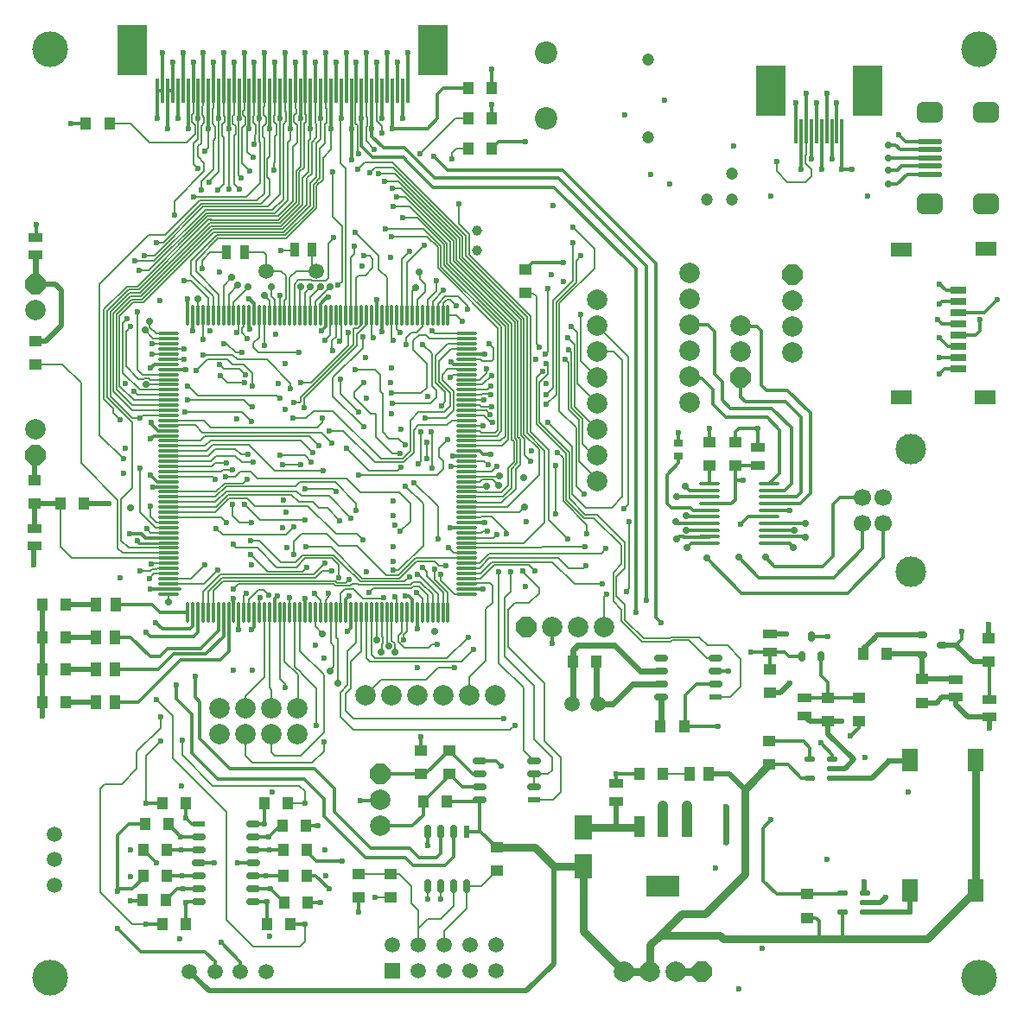
<source format=gtl>
G04 Layer_Physical_Order=1*
G04 Layer_Color=2232046*
%FSLAX43Y43*%
%MOMM*%
G71*
G01*
G75*
%ADD10R,1.000X1.300*%
G04:AMPARAMS|DCode=11|XSize=1.321mm|YSize=0.61mm|CornerRadius=0.152mm|HoleSize=0mm|Usage=FLASHONLY|Rotation=180.000|XOffset=0mm|YOffset=0mm|HoleType=Round|Shape=RoundedRectangle|*
%AMROUNDEDRECTD11*
21,1,1.321,0.305,0,0,180.0*
21,1,1.016,0.610,0,0,180.0*
1,1,0.305,-0.508,0.152*
1,1,0.305,0.508,0.152*
1,1,0.305,0.508,-0.152*
1,1,0.305,-0.508,-0.152*
%
%ADD11ROUNDEDRECTD11*%
%ADD12R,1.270X0.610*%
%ADD13R,1.000X1.400*%
%ADD14R,1.600X2.200*%
G04:AMPARAMS|DCode=15|XSize=0.55mm|YSize=1mm|CornerRadius=0.138mm|HoleSize=0mm|Usage=FLASHONLY|Rotation=90.000|XOffset=0mm|YOffset=0mm|HoleType=Round|Shape=RoundedRectangle|*
%AMROUNDEDRECTD15*
21,1,0.550,0.725,0,0,90.0*
21,1,0.275,1.000,0,0,90.0*
1,1,0.275,0.362,0.138*
1,1,0.275,0.362,-0.138*
1,1,0.275,-0.362,-0.138*
1,1,0.275,-0.362,0.138*
%
%ADD15ROUNDEDRECTD15*%
G04:AMPARAMS|DCode=16|XSize=0.65mm|YSize=1mm|CornerRadius=0.163mm|HoleSize=0mm|Usage=FLASHONLY|Rotation=270.000|XOffset=0mm|YOffset=0mm|HoleType=Round|Shape=RoundedRectangle|*
%AMROUNDEDRECTD16*
21,1,0.650,0.675,0,0,270.0*
21,1,0.325,1.000,0,0,270.0*
1,1,0.325,-0.338,-0.163*
1,1,0.325,-0.338,0.163*
1,1,0.325,0.338,0.163*
1,1,0.325,0.338,-0.163*
%
%ADD16ROUNDEDRECTD16*%
%ADD17O,2.100X0.300*%
%ADD18O,0.300X2.100*%
%ADD19R,0.300X5.000*%
%ADD20R,3.000X5.000*%
%ADD21R,0.300X4.000*%
%ADD22R,1.500X0.800*%
%ADD23R,2.000X1.450*%
%ADD24O,2.100X0.350*%
%ADD25R,3.250X2.150*%
%ADD26R,1.000X2.150*%
%ADD27R,1.750X2.400*%
%ADD28R,0.850X1.400*%
%ADD29R,1.400X0.850*%
%ADD30R,1.300X1.000*%
%ADD31R,0.900X0.800*%
G04:AMPARAMS|DCode=32|XSize=2mm|YSize=2.5mm|CornerRadius=0.5mm|HoleSize=0mm|Usage=FLASHONLY|Rotation=270.000|XOffset=0mm|YOffset=0mm|HoleType=Round|Shape=RoundedRectangle|*
%AMROUNDEDRECTD32*
21,1,2.000,1.500,0,0,270.0*
21,1,1.000,2.500,0,0,270.0*
1,1,1.000,-0.750,-0.500*
1,1,1.000,-0.750,0.500*
1,1,1.000,0.750,0.500*
1,1,1.000,0.750,-0.500*
%
%ADD32ROUNDEDRECTD32*%
G04:AMPARAMS|DCode=33|XSize=0.5mm|YSize=2.3mm|CornerRadius=0.125mm|HoleSize=0mm|Usage=FLASHONLY|Rotation=270.000|XOffset=0mm|YOffset=0mm|HoleType=Round|Shape=RoundedRectangle|*
%AMROUNDEDRECTD33*
21,1,0.500,2.050,0,0,270.0*
21,1,0.250,2.300,0,0,270.0*
1,1,0.250,-1.025,-0.125*
1,1,0.250,-1.025,0.125*
1,1,0.250,1.025,0.125*
1,1,0.250,1.025,-0.125*
%
%ADD33ROUNDEDRECTD33*%
G04:AMPARAMS|DCode=34|XSize=0.65mm|YSize=1mm|CornerRadius=0.163mm|HoleSize=0mm|Usage=FLASHONLY|Rotation=0.000|XOffset=0mm|YOffset=0mm|HoleType=Round|Shape=RoundedRectangle|*
%AMROUNDEDRECTD34*
21,1,0.650,0.675,0,0,0.0*
21,1,0.325,1.000,0,0,0.0*
1,1,0.325,0.163,-0.338*
1,1,0.325,-0.163,-0.338*
1,1,0.325,-0.163,0.338*
1,1,0.325,0.163,0.338*
%
%ADD34ROUNDEDRECTD34*%
G04:AMPARAMS|DCode=35|XSize=1.321mm|YSize=0.61mm|CornerRadius=0.152mm|HoleSize=0mm|Usage=FLASHONLY|Rotation=270.000|XOffset=0mm|YOffset=0mm|HoleType=Round|Shape=RoundedRectangle|*
%AMROUNDEDRECTD35*
21,1,1.321,0.305,0,0,270.0*
21,1,1.016,0.610,0,0,270.0*
1,1,0.305,-0.152,-0.508*
1,1,0.305,-0.152,0.508*
1,1,0.305,0.152,0.508*
1,1,0.305,0.152,-0.508*
%
%ADD35ROUNDEDRECTD35*%
%ADD36R,0.610X1.270*%
%ADD37C,0.300*%
%ADD38C,0.152*%
%ADD39C,0.200*%
%ADD40C,0.800*%
%ADD41C,0.500*%
%ADD42C,0.600*%
%ADD43C,0.320*%
%ADD44C,1.000*%
%ADD45C,0.250*%
%ADD46C,1.500*%
%ADD47C,0.700*%
%ADD48C,2.000*%
%ADD49C,1.200*%
%ADD50R,1.500X1.500*%
%ADD51P,2.165X8X112.5*%
%ADD52C,2.200*%
%ADD53P,2.165X8X22.5*%
%ADD54C,1.700*%
%ADD55C,3.000*%
%ADD56C,0.100*%
%ADD57C,1.000*%
%ADD58C,0.600*%
%ADD59C,3.500*%
%ADD60C,0.500*%
D10*
X64300Y95050D02*
D03*
X66600D02*
D03*
X64150Y92550D02*
D03*
X66450D02*
D03*
X64100Y87675D02*
D03*
X66400D02*
D03*
X64125Y89975D02*
D03*
X66425D02*
D03*
X80075Y94950D02*
D03*
X77775D02*
D03*
X76025Y97100D02*
D03*
X78325D02*
D03*
X80150Y92550D02*
D03*
X77850D02*
D03*
X115050Y100000D02*
D03*
X112750D02*
D03*
X108525Y111025D02*
D03*
X106225Y111025D02*
D03*
X117125Y104675D02*
D03*
X114825D02*
D03*
X77975Y87350D02*
D03*
X80275D02*
D03*
X56050Y126475D02*
D03*
X58350D02*
D03*
X136975Y111775D02*
D03*
X134675D02*
D03*
X54275Y116600D02*
D03*
X56575D02*
D03*
X54275Y113408D02*
D03*
X56575D02*
D03*
X54275Y110217D02*
D03*
X56575D02*
D03*
X54275Y107025D02*
D03*
X56575D02*
D03*
X78525Y85225D02*
D03*
X76225D02*
D03*
X68325Y97150D02*
D03*
X66025D02*
D03*
X66000Y85275D02*
D03*
X68300D02*
D03*
X77900Y90025D02*
D03*
X80200D02*
D03*
X91550Y97250D02*
D03*
X93850D02*
D03*
X95975Y167200D02*
D03*
X98275D02*
D03*
X95975Y164250D02*
D03*
X98275D02*
D03*
X95975Y161300D02*
D03*
X98275D02*
D03*
X60822Y163725D02*
D03*
X58522D02*
D03*
D11*
X69583Y90005D02*
D03*
X69583Y88735D02*
D03*
Y87465D02*
D03*
Y93815D02*
D03*
X69583Y92545D02*
D03*
X74917Y88735D02*
D03*
X74917Y90005D02*
D03*
X74917Y87465D02*
D03*
Y93815D02*
D03*
Y95085D02*
D03*
X74917Y92545D02*
D03*
X69583Y91275D02*
D03*
X74917D02*
D03*
X114858Y107545D02*
D03*
X114858Y108815D02*
D03*
Y111355D02*
D03*
X114858Y110085D02*
D03*
X120192Y108815D02*
D03*
Y111355D02*
D03*
X120192Y110085D02*
D03*
X102467Y99985D02*
D03*
Y101255D02*
D03*
Y98715D02*
D03*
X97133Y99985D02*
D03*
Y101255D02*
D03*
Y98715D02*
D03*
Y97445D02*
D03*
D12*
X69583Y95085D02*
D03*
X120192Y107545D02*
D03*
X102467Y97445D02*
D03*
D13*
X119550Y100000D02*
D03*
X117650D02*
D03*
X59525Y116575D02*
D03*
X61425D02*
D03*
X59500Y113400D02*
D03*
X61400D02*
D03*
X59500Y110250D02*
D03*
X61400D02*
D03*
X59500Y107000D02*
D03*
X61400D02*
D03*
D14*
X145650Y101348D02*
D03*
X139250D02*
D03*
X145650Y88550D02*
D03*
X139250D02*
D03*
D15*
X131675Y99575D02*
D03*
X131675Y100525D02*
D03*
X131675Y101475D02*
D03*
X129475D02*
D03*
Y99575D02*
D03*
X134825Y86425D02*
D03*
X134825Y87375D02*
D03*
X134825Y88325D02*
D03*
X132625D02*
D03*
Y86425D02*
D03*
D16*
X142425Y112650D02*
D03*
X140425Y111700D02*
D03*
Y113600D02*
D03*
D17*
X95847Y143143D02*
D03*
Y142643D02*
D03*
Y142143D02*
D03*
Y141643D02*
D03*
Y141143D02*
D03*
Y140643D02*
D03*
Y140143D02*
D03*
Y139643D02*
D03*
Y139143D02*
D03*
Y138643D02*
D03*
Y138143D02*
D03*
Y137643D02*
D03*
Y137143D02*
D03*
Y136643D02*
D03*
Y136143D02*
D03*
Y135643D02*
D03*
Y135143D02*
D03*
Y134643D02*
D03*
Y134143D02*
D03*
Y133643D02*
D03*
Y133143D02*
D03*
Y132643D02*
D03*
Y132143D02*
D03*
Y131643D02*
D03*
Y131143D02*
D03*
Y130643D02*
D03*
Y130143D02*
D03*
Y129643D02*
D03*
Y129143D02*
D03*
Y128643D02*
D03*
Y128143D02*
D03*
Y127643D02*
D03*
Y127143D02*
D03*
Y126643D02*
D03*
Y126143D02*
D03*
Y125643D02*
D03*
Y125143D02*
D03*
Y124643D02*
D03*
Y124143D02*
D03*
Y123643D02*
D03*
Y123143D02*
D03*
Y122643D02*
D03*
Y122143D02*
D03*
Y121643D02*
D03*
Y121143D02*
D03*
Y120643D02*
D03*
Y120143D02*
D03*
Y119643D02*
D03*
Y119143D02*
D03*
Y118643D02*
D03*
Y118143D02*
D03*
Y117643D02*
D03*
X66647D02*
D03*
Y118143D02*
D03*
Y118643D02*
D03*
Y119143D02*
D03*
Y119643D02*
D03*
Y120143D02*
D03*
Y120643D02*
D03*
Y121143D02*
D03*
Y121643D02*
D03*
Y122143D02*
D03*
Y122643D02*
D03*
Y123143D02*
D03*
Y123643D02*
D03*
Y124143D02*
D03*
Y124643D02*
D03*
Y125143D02*
D03*
Y125643D02*
D03*
Y126143D02*
D03*
Y126643D02*
D03*
Y127143D02*
D03*
Y127643D02*
D03*
Y128143D02*
D03*
Y128643D02*
D03*
Y129143D02*
D03*
Y129643D02*
D03*
Y130143D02*
D03*
Y130643D02*
D03*
Y131143D02*
D03*
Y131643D02*
D03*
Y132143D02*
D03*
Y132643D02*
D03*
Y133143D02*
D03*
Y133643D02*
D03*
Y134143D02*
D03*
Y134643D02*
D03*
Y135143D02*
D03*
Y135643D02*
D03*
Y136143D02*
D03*
Y136643D02*
D03*
Y137143D02*
D03*
Y137643D02*
D03*
Y138143D02*
D03*
Y138643D02*
D03*
Y139143D02*
D03*
Y139643D02*
D03*
Y140143D02*
D03*
Y140643D02*
D03*
Y141143D02*
D03*
Y141643D02*
D03*
Y142143D02*
D03*
Y142643D02*
D03*
Y143143D02*
D03*
D18*
X93997Y115793D02*
D03*
X93497D02*
D03*
X92997D02*
D03*
X92497D02*
D03*
X91997D02*
D03*
X91497D02*
D03*
X90997D02*
D03*
X90497D02*
D03*
X89997D02*
D03*
X89497D02*
D03*
X88997D02*
D03*
X88497D02*
D03*
X87997D02*
D03*
X87497D02*
D03*
X86997D02*
D03*
X86497D02*
D03*
X85997D02*
D03*
X85497D02*
D03*
X84997D02*
D03*
X84497D02*
D03*
X83997D02*
D03*
X83497D02*
D03*
X82997D02*
D03*
X82497D02*
D03*
X81997D02*
D03*
X81497D02*
D03*
X80997D02*
D03*
X80497D02*
D03*
X79997D02*
D03*
X79497D02*
D03*
X78997D02*
D03*
X78497D02*
D03*
X77997D02*
D03*
X77497D02*
D03*
X76997D02*
D03*
X76497D02*
D03*
X75997D02*
D03*
X75497D02*
D03*
X74997D02*
D03*
X74497D02*
D03*
X73997D02*
D03*
X73497D02*
D03*
X72997D02*
D03*
X72497D02*
D03*
X71997D02*
D03*
X71497D02*
D03*
X70997D02*
D03*
X70497D02*
D03*
X69997D02*
D03*
X69497D02*
D03*
X68997D02*
D03*
X68497D02*
D03*
Y144993D02*
D03*
X68997D02*
D03*
X69497D02*
D03*
X69997D02*
D03*
X70497D02*
D03*
X70997D02*
D03*
X71497D02*
D03*
X71997D02*
D03*
X72497D02*
D03*
X72997D02*
D03*
X73497D02*
D03*
X73997D02*
D03*
X74497D02*
D03*
X74997D02*
D03*
X75497D02*
D03*
X75997D02*
D03*
X76497D02*
D03*
X76997D02*
D03*
X77497D02*
D03*
X77997D02*
D03*
X78497D02*
D03*
X78997D02*
D03*
X79497D02*
D03*
X79997D02*
D03*
X80497D02*
D03*
X80997D02*
D03*
X81497D02*
D03*
X81997D02*
D03*
X82497D02*
D03*
X82997D02*
D03*
X83497D02*
D03*
X83997D02*
D03*
X84497D02*
D03*
X84997D02*
D03*
X85497D02*
D03*
X85997D02*
D03*
X86497D02*
D03*
X86997D02*
D03*
X87497D02*
D03*
X87997D02*
D03*
X88497D02*
D03*
X88997D02*
D03*
X89497D02*
D03*
X89997D02*
D03*
X90497D02*
D03*
X90997D02*
D03*
X91497D02*
D03*
X91997D02*
D03*
X92497D02*
D03*
X92997D02*
D03*
X93497D02*
D03*
X93997D02*
D03*
D19*
X128600Y161750D02*
D03*
X129100Y164250D02*
D03*
X130600Y161750D02*
D03*
X131100Y164250D02*
D03*
X132600Y161750D02*
D03*
X66025Y168225D02*
D03*
X68025D02*
D03*
X70025D02*
D03*
X72025D02*
D03*
X74025D02*
D03*
X76025D02*
D03*
X78025D02*
D03*
X80025D02*
D03*
X82025D02*
D03*
X84025D02*
D03*
X86025D02*
D03*
X88025D02*
D03*
X90025D02*
D03*
X66525Y165725D02*
D03*
X68525D02*
D03*
X70525D02*
D03*
X72525D02*
D03*
X74525D02*
D03*
X76525D02*
D03*
X78525D02*
D03*
X80525D02*
D03*
X82525D02*
D03*
X84525D02*
D03*
X86525D02*
D03*
X88525D02*
D03*
D20*
X125600Y167000D02*
D03*
X135100D02*
D03*
X92525Y170975D02*
D03*
X63025D02*
D03*
D21*
X128100Y163750D02*
D03*
X129600Y162250D02*
D03*
X130100Y163750D02*
D03*
X131600Y162250D02*
D03*
X132100Y163750D02*
D03*
X65525Y166225D02*
D03*
X67025Y167725D02*
D03*
X67525Y166225D02*
D03*
X69525D02*
D03*
X71525D02*
D03*
X71025Y167725D02*
D03*
X69025D02*
D03*
X73025D02*
D03*
X73525Y166225D02*
D03*
X75025Y167725D02*
D03*
X75525Y166225D02*
D03*
X77025Y167725D02*
D03*
X77525Y166225D02*
D03*
X79025Y167725D02*
D03*
X79525Y166225D02*
D03*
X81025Y167725D02*
D03*
X81525Y166225D02*
D03*
X83025Y167725D02*
D03*
X83525Y166225D02*
D03*
X85025Y167725D02*
D03*
X85525Y166225D02*
D03*
X87025Y167725D02*
D03*
X87525Y166225D02*
D03*
X89025Y167725D02*
D03*
X89525Y166225D02*
D03*
D22*
X144000Y139700D02*
D03*
Y140800D02*
D03*
Y141900D02*
D03*
Y143000D02*
D03*
Y144100D02*
D03*
Y145200D02*
D03*
Y146300D02*
D03*
Y147400D02*
D03*
D23*
X146600Y136900D02*
D03*
X146700Y151500D02*
D03*
X138400Y151400D02*
D03*
Y136900D02*
D03*
D24*
X119625Y128450D02*
D03*
Y127800D02*
D03*
Y127150D02*
D03*
Y126500D02*
D03*
Y125850D02*
D03*
Y125200D02*
D03*
Y124550D02*
D03*
Y123900D02*
D03*
Y123250D02*
D03*
Y122600D02*
D03*
X125425Y128450D02*
D03*
Y127800D02*
D03*
Y127150D02*
D03*
Y126500D02*
D03*
Y125850D02*
D03*
Y125200D02*
D03*
Y124550D02*
D03*
Y123900D02*
D03*
Y123250D02*
D03*
Y122600D02*
D03*
D25*
X115075Y88950D02*
D03*
D26*
X112775Y94800D02*
D03*
X115075Y94800D02*
D03*
X117375Y94800D02*
D03*
D27*
X107275Y94775D02*
D03*
Y90975D02*
D03*
D28*
X80700Y151400D02*
D03*
X78950D02*
D03*
X74025Y151125D02*
D03*
X72275D02*
D03*
D29*
X53500Y124075D02*
D03*
X53500Y122325D02*
D03*
X53575Y152600D02*
D03*
X53575Y150850D02*
D03*
X124375Y130250D02*
D03*
Y132000D02*
D03*
X110475Y97300D02*
D03*
Y99050D02*
D03*
X143725Y109250D02*
D03*
Y107500D02*
D03*
X128900Y107450D02*
D03*
Y105700D02*
D03*
X147025Y107300D02*
D03*
Y105550D02*
D03*
X125525Y111925D02*
D03*
Y113675D02*
D03*
D30*
X53500Y128803D02*
D03*
X53500Y126503D02*
D03*
X53600Y142425D02*
D03*
Y140125D02*
D03*
X119600Y132550D02*
D03*
Y130250D02*
D03*
X122125Y132550D02*
D03*
Y130250D02*
D03*
X134225Y107425D02*
D03*
Y105125D02*
D03*
X129175Y88200D02*
D03*
Y85900D02*
D03*
X125475Y103200D02*
D03*
Y100900D02*
D03*
X131225Y105125D02*
D03*
Y107425D02*
D03*
X125500Y107950D02*
D03*
Y110250D02*
D03*
X98760Y92805D02*
D03*
Y90505D02*
D03*
X88410Y87880D02*
D03*
Y90180D02*
D03*
X85225Y90175D02*
D03*
Y87875D02*
D03*
X140450Y109275D02*
D03*
Y106975D02*
D03*
X146975Y111000D02*
D03*
Y113300D02*
D03*
X101550Y147125D02*
D03*
Y149425D02*
D03*
X94100Y102300D02*
D03*
Y100000D02*
D03*
X91325Y102275D02*
D03*
Y99975D02*
D03*
D31*
X116575Y131150D02*
D03*
Y132450D02*
D03*
D32*
X146675Y164875D02*
D03*
Y155875D02*
D03*
X141175Y164875D02*
D03*
Y155875D02*
D03*
D33*
Y161975D02*
D03*
Y161175D02*
D03*
Y159575D02*
D03*
Y158775D02*
D03*
Y160375D02*
D03*
D34*
X129625Y113475D02*
D03*
X130575Y111475D02*
D03*
X128675D02*
D03*
D35*
X93275Y94347D02*
D03*
X92005D02*
D03*
X94545D02*
D03*
X93275Y89013D02*
D03*
X92005D02*
D03*
X94545D02*
D03*
X95815D02*
D03*
D36*
Y94347D02*
D03*
D37*
X67835Y93815D02*
X69583D01*
X102225Y150100D02*
X105300D01*
X101550Y149425D02*
X102225Y150100D01*
X64925Y134300D02*
Y134425D01*
Y134300D02*
X65582Y133643D01*
X130600Y159250D02*
X130600Y159250D01*
X129100Y166750D02*
X129100Y166750D01*
X84025Y170725D02*
X84025Y170725D01*
X97450Y131300D02*
X98175D01*
X97107Y131643D02*
X97450Y131300D01*
X95847Y131643D02*
X97107D01*
X117080Y123223D02*
X119625D01*
X116375Y123000D02*
X116625Y123250D01*
X117053D01*
X117080Y123223D01*
X119625D02*
Y123250D01*
X116350Y124750D02*
X116550Y124550D01*
X119625D01*
X125425Y123248D02*
X128145D01*
X128147Y123250D02*
X128975D01*
X128145Y123248D02*
X128147Y123250D01*
X125425Y123248D02*
Y123250D01*
Y124552D02*
X128850D01*
X125425Y124550D02*
Y124552D01*
X125475Y111975D02*
X125525Y111925D01*
X123650Y111975D02*
X125475D01*
X69725Y112300D02*
X71497Y114072D01*
X66564Y112300D02*
X69725D01*
X71497Y114072D02*
Y115793D01*
X71997Y113472D02*
Y115793D01*
X70275Y111750D02*
X71997Y113472D01*
X116575Y132450D02*
Y133450D01*
X136615Y121215D02*
Y124575D01*
X133125Y117725D02*
X136615Y121215D01*
X122750Y117725D02*
X133125D01*
X119350Y121125D02*
X122750Y117725D01*
X134625Y122075D02*
Y124575D01*
X131800Y119250D02*
X134625Y122075D01*
X124475Y119250D02*
X131800D01*
X122475Y121250D02*
X124475Y119250D01*
X132375Y127075D02*
X134625D01*
X131725Y126425D02*
X132375Y127075D01*
X131725Y121325D02*
Y126425D01*
X130725Y120325D02*
X131725Y121325D01*
X126000Y120325D02*
X130725D01*
X125075Y121250D02*
X126000Y120325D01*
X137125Y157825D02*
X138025D01*
X138975Y158775D01*
X141175D01*
X137103Y159200D02*
X138050D01*
X138425Y159575D01*
X141175D01*
X137128Y160375D02*
X141175D01*
X137103Y161625D02*
X137850D01*
X138300Y161175D01*
X141175D01*
X138125Y162675D02*
X138825Y161975D01*
X141175D01*
X122125Y128800D02*
Y130250D01*
Y126875D02*
Y128800D01*
X122925D02*
X122950Y128825D01*
X122125Y128800D02*
X122925D01*
X125425Y127800D02*
X127000D01*
X127625Y128425D01*
Y133925D01*
X125700Y135850D02*
X127625Y133925D01*
X121650Y135850D02*
X125700D01*
X120850Y136650D02*
X121650Y135850D01*
X120850Y136650D02*
Y138425D01*
X120100Y139175D02*
X120850Y138425D01*
X120100Y139175D02*
Y143350D01*
X119455Y143995D02*
X120100Y143350D01*
X117650Y143995D02*
X119455D01*
X125425Y128450D02*
X126475Y129500D01*
Y133700D01*
X125250Y134925D02*
X126475Y133700D01*
X121200Y134925D02*
X125250D01*
X119925Y136200D02*
X121200Y134925D01*
X119925Y136200D02*
Y137650D01*
X118825Y138750D02*
X119925Y137650D01*
X117815Y138750D02*
X118825D01*
X117650Y138915D02*
X117815Y138750D01*
X122625Y143965D02*
X122715Y143875D01*
X124300D01*
X124725Y143450D01*
Y138100D02*
Y143450D01*
Y138100D02*
X125200Y137625D01*
X127250D01*
X129525Y135350D01*
Y127500D02*
Y135350D01*
X128525Y126500D02*
X129525Y127500D01*
X125425Y126500D02*
X128525D01*
X122625Y138885D02*
X122700Y138810D01*
Y136950D02*
Y138810D01*
Y136950D02*
X123150Y136500D01*
X127100D01*
X128625Y134975D01*
Y127625D02*
Y134975D01*
X128150Y127150D02*
X128625Y127625D01*
X125425Y127150D02*
X128150D01*
X119600Y132550D02*
Y133900D01*
X116575Y130450D02*
Y131150D01*
X115425Y129300D02*
X116575Y130450D01*
X115425Y126525D02*
Y129300D01*
Y126525D02*
X115875Y126075D01*
X117750D01*
X117975Y125850D01*
X119625D01*
X112400Y115875D02*
Y149525D01*
X104400Y157525D02*
X112400Y149525D01*
X113425Y116975D02*
Y149775D01*
X104800Y158400D02*
X113425Y149775D01*
X105250Y159150D02*
X114400Y150000D01*
X93925Y159150D02*
X105250D01*
X53650Y152675D02*
Y153825D01*
X53575Y152600D02*
X53650Y152675D01*
X124375Y132000D02*
Y133850D01*
X122475D02*
X124375D01*
X122125Y133500D02*
X122475Y133850D01*
X122125Y132550D02*
Y133500D01*
Y130250D02*
X124375D01*
X121750Y126500D02*
X122125Y126875D01*
X119625Y126500D02*
X121750D01*
X119600Y128475D02*
X119625Y128450D01*
X119600Y128475D02*
Y130250D01*
X117300Y125275D02*
X117375Y125200D01*
X119625D01*
X127525Y125850D02*
X127525Y125850D01*
X125425Y125850D02*
X127525D01*
X72997Y115793D02*
Y117147D01*
X95847Y118143D02*
X97468D01*
X71750Y83450D02*
X73650Y81550D01*
Y80650D02*
Y81550D01*
X64375Y92325D02*
X65400Y91300D01*
X64375Y92325D02*
Y92550D01*
X81125Y91425D02*
X83650D01*
X80000Y92550D02*
X81125Y91425D01*
X71150Y80650D02*
Y81625D01*
X70200Y82575D02*
X71150Y81625D01*
X63900Y82575D02*
X70200D01*
X61650Y84825D02*
X63900Y82575D01*
X61650Y94000D02*
X62700Y95050D01*
X64300D01*
X64850Y113475D02*
X69050D01*
X64450Y113875D02*
X64850Y113475D01*
X65989Y114225D02*
X68750D01*
X67125Y111750D02*
X70275D01*
X65625Y110250D02*
X67125Y111750D01*
X61400Y110250D02*
X65625D01*
X67811Y111200D02*
X71650D01*
X63611Y107000D02*
X67811Y111200D01*
X61400Y107000D02*
X63611D01*
X65757Y115793D02*
X68497D01*
X64975Y116575D02*
X65757Y115793D01*
X61425Y116575D02*
X64975D01*
X64875Y139800D02*
X65218Y140143D01*
X66647D01*
X121485Y110085D02*
X121500Y110100D01*
X120192Y110085D02*
X121485D01*
X117125Y104675D02*
X120475D01*
X117125D02*
X117225Y104775D01*
Y107675D01*
X118365Y108815D01*
X120192D01*
X131225Y107425D02*
X134150D01*
X131200Y107450D02*
X131225Y107425D01*
X128900Y107450D02*
X131200D01*
X146500Y145200D02*
X147800Y146500D01*
X144000Y145200D02*
X146500D01*
X125475Y100900D02*
X127300D01*
X125475Y103200D02*
X128800D01*
X129175Y88200D02*
X132400D01*
X130050Y85900D02*
X130350Y85600D01*
X129175Y85900D02*
X130050D01*
X97593Y141143D02*
X97600Y141150D01*
X97218Y94347D02*
X98760Y92805D01*
X95815Y94347D02*
X97218D01*
X64450Y85250D02*
X65975D01*
X64400Y97150D02*
X65950D01*
X89800Y117450D02*
X90150D01*
X66647Y118143D02*
X67683D01*
X86997Y144993D02*
Y146472D01*
X90997Y114228D02*
Y115793D01*
X68497Y144993D02*
Y146597D01*
X68500Y146600D01*
X68997Y143453D02*
Y144993D01*
X74997D02*
X75000Y144996D01*
X95847Y141143D02*
X97593D01*
X95847Y124643D02*
X97568D01*
X97575Y124650D01*
X94232Y124143D02*
X95847D01*
X94443Y131143D02*
X95847D01*
X94532Y140143D02*
X95847D01*
X94325Y140350D02*
X94532Y140143D01*
X81997Y143822D02*
Y144993D01*
X81575Y143400D02*
X81997Y143822D01*
X66647Y139643D02*
X68318D01*
X64893Y118143D02*
X66647D01*
X64875Y118125D02*
X64893Y118143D01*
X76997Y115793D02*
Y117147D01*
X77275Y117425D01*
X79997Y115793D02*
Y117203D01*
X86000Y136800D02*
X86007Y136793D01*
X77850Y126802D02*
X77854Y126806D01*
X77850Y126800D02*
Y126802D01*
X142775Y147400D02*
X144000D01*
X142175Y148000D02*
X142775Y147400D01*
X142400Y146300D02*
X144000D01*
X142150Y146050D02*
X142400Y146300D01*
X142975Y141900D02*
X144000D01*
X142150Y142725D02*
X142975Y141900D01*
X142175Y140800D02*
X144000D01*
X142650Y139700D02*
X144000D01*
X142150Y139200D02*
X142650Y139700D01*
X110475Y99050D02*
Y99975D01*
X78575Y85250D02*
X79975D01*
X130350Y83825D02*
Y85600D01*
X132625Y83825D02*
Y86425D01*
X132600Y159250D02*
X133600D01*
X125525Y110275D02*
Y111925D01*
X125500Y110250D02*
X125525Y110275D01*
Y111925D02*
X126975D01*
X127425Y111475D01*
X128675D01*
X130575Y109675D02*
Y111475D01*
Y109675D02*
X131250Y109000D01*
Y107500D02*
Y109000D01*
X131200Y107450D02*
X131250Y107500D01*
X134225Y104525D02*
Y105125D01*
X133400Y103700D02*
X134225Y104525D01*
X127300Y100900D02*
X128625Y99575D01*
X129475D01*
X128800Y103200D02*
X129475Y102525D01*
Y101475D02*
Y102525D01*
X130525Y103050D02*
X131675Y101900D01*
Y101475D02*
Y101900D01*
X147025Y107300D02*
Y110950D01*
X146975Y111000D02*
X147025Y110950D01*
X73497Y114178D02*
Y115793D01*
X71650Y111200D02*
X72497Y112047D01*
Y115793D01*
X68997Y114472D02*
Y115793D01*
X68750Y114225D02*
X68997Y114472D01*
X61400Y113400D02*
X62875D01*
X69497Y113922D02*
Y115793D01*
X69050Y113475D02*
X69497Y113922D01*
X62875Y113400D02*
X64800Y111475D01*
X65739D01*
X66564Y112300D01*
X126200Y88200D02*
X129175D01*
X124875Y89525D02*
X126200Y88200D01*
X92575Y160500D02*
X93925Y159150D01*
X90497Y115793D02*
Y117103D01*
X90150Y117450D02*
X90497Y117103D01*
X81497Y144993D02*
Y146097D01*
X82125Y146725D01*
X82275D01*
X123400Y125200D02*
X125425D01*
X122650Y124450D02*
X123400Y125200D01*
X117850Y122600D02*
X119625D01*
X117450Y122200D02*
X117850Y122600D01*
X117375Y123900D02*
X119625D01*
X117350Y123875D02*
X117375Y123900D01*
X116375Y127150D02*
X119625D01*
X116375Y127150D02*
X116375Y127150D01*
X117675Y127800D02*
X119625D01*
X117275Y128200D02*
X117675Y127800D01*
X125425Y122600D02*
X127450D01*
X127850Y122200D01*
X128975Y123250D02*
X129025Y123200D01*
X125425Y123900D02*
X127875D01*
X127875Y123900D01*
X101550Y149425D02*
X101875D01*
X84497Y114297D02*
Y115793D01*
X84175Y113975D02*
X84497Y114297D01*
X74997Y114422D02*
Y115793D01*
X74750Y114175D02*
X74997Y114422D01*
X74497Y143653D02*
Y144993D01*
Y143653D02*
X74575Y143575D01*
X65143Y133143D02*
X66647D01*
X64875Y132875D02*
X65143Y133143D01*
X65582Y133643D02*
X66647D01*
X65482Y128643D02*
X66647D01*
X64825Y129300D02*
X65482Y128643D01*
X65107Y128143D02*
X66647D01*
X83997Y115793D02*
Y117097D01*
X84325Y117425D01*
X85925Y140800D02*
X85932Y140793D01*
X87497Y143328D02*
Y144993D01*
Y143328D02*
X87500Y143325D01*
X144000Y143000D02*
X145700D01*
X146150Y143450D01*
Y144500D01*
X65525Y166225D02*
Y166975D01*
X65525Y166975D02*
X65525Y166975D01*
X65525Y166975D02*
X65875D01*
X66525Y165725D02*
Y167000D01*
X66550Y166975D01*
X66875D01*
X74997Y144993D02*
Y146103D01*
X74525Y146575D02*
X74997Y146103D01*
X62800Y123525D02*
X63950D01*
X64332Y123143D01*
X66647D01*
X63550Y122825D02*
X63732Y122643D01*
X110475Y99975D02*
X112725D01*
X112750Y100000D01*
X112375Y115850D02*
X112400Y115875D01*
X114400Y115300D02*
Y150000D01*
Y115300D02*
X114875Y114825D01*
X144325Y113225D02*
Y114000D01*
X143750Y112650D02*
X144325Y113225D01*
X129625Y113475D02*
X131250D01*
X124875Y89525D02*
Y94700D01*
X125650Y95475D01*
X67825Y93825D02*
X67835Y93815D01*
X66600Y95050D02*
X67825Y93825D01*
X67850Y92550D02*
X69578D01*
X69583Y92545D01*
X66450Y92550D02*
X67850D01*
X66425Y89975D02*
X67950D01*
X67980Y90005D02*
X69583D01*
X67950Y89975D02*
X67980Y90005D01*
X64000Y87575D02*
X64100Y87675D01*
X62875Y87575D02*
X64000D01*
X66400Y87675D02*
X67450Y88725D01*
X68025D01*
X69573D01*
X69583Y88735D01*
X68300Y85275D02*
Y87375D01*
X68390Y87465D02*
X69583D01*
X68300Y87375D02*
X68390Y87465D01*
X69583Y91275D02*
X71075D01*
X73375D02*
X74917D01*
X74917Y90005D02*
X74937Y90025D01*
X80200D02*
X81025D01*
X82325Y88725D01*
X76225Y85225D02*
Y87450D01*
X74917Y87465D02*
X76210D01*
X76225Y87450D01*
X74917Y88735D02*
X76565D01*
X76575Y88725D01*
X76600D01*
X77975Y87350D01*
X80275D02*
X81475D01*
X77845Y92545D02*
X77850Y92550D01*
X74917Y93815D02*
X76390D01*
X76400Y93825D01*
X77525Y94950D01*
X77775D01*
X74917Y95085D02*
X76015D01*
X76025Y95075D01*
Y97100D01*
X80075Y94950D02*
X81275D01*
X92005Y92955D02*
Y94347D01*
X92000Y92950D02*
X92005Y92955D01*
X65375Y114839D02*
X65989Y114225D01*
X65375Y114839D02*
Y114850D01*
X69200Y107494D02*
Y109575D01*
Y107494D02*
X69627Y107067D01*
Y103439D02*
Y107067D01*
Y103439D02*
X72589Y100477D01*
X67400Y107325D02*
Y108725D01*
Y107325D02*
X68875Y105850D01*
Y102000D02*
Y105850D01*
Y102000D02*
X71400Y99475D01*
X79900D01*
X94545Y94347D02*
X94550Y94342D01*
X93725Y91025D02*
X94550Y91850D01*
Y94342D01*
X89825Y91775D02*
X90575Y91025D01*
X93725D01*
X91175Y91800D02*
X92900D01*
X93275Y92175D01*
Y94347D01*
X90275Y92700D02*
X91175Y91800D01*
X98695Y101255D02*
X99175Y100775D01*
X97133Y101255D02*
X98695D01*
X97133Y94432D02*
Y97445D01*
Y94432D02*
X97218Y94347D01*
X79900Y99475D02*
X81825Y97550D01*
X72589Y100477D02*
X80923D01*
X82867Y98533D01*
X81825Y95850D02*
Y97550D01*
Y95850D02*
X85900Y91775D01*
X89825D01*
X82867Y96233D02*
Y98533D01*
Y96233D02*
X86400Y92700D01*
X90275D01*
X87380Y99975D02*
X91325D01*
X91550Y95950D02*
Y97250D01*
X90525Y94925D02*
X91550Y95950D01*
X87400Y94925D02*
X90525D01*
X87375Y94900D02*
X87400Y94925D01*
X87335Y97400D02*
X87375Y97440D01*
X85400Y97400D02*
X87335D01*
X93850Y97250D02*
X96938D01*
X97133Y97445D01*
X91550Y97250D02*
X94100Y99800D01*
Y100000D01*
X95385Y98715D01*
X97133D01*
X91325Y99975D02*
X91775D01*
X94100Y102300D01*
X96415Y99985D01*
X97133D01*
X91325Y102275D02*
Y103625D01*
X85225Y86450D02*
Y87875D01*
X64000Y90100D02*
X64125Y89975D01*
X61650Y88475D02*
Y94000D01*
X64125Y89775D02*
Y89975D01*
X63050Y88700D02*
X64125Y89775D01*
X61875Y88700D02*
X63050D01*
X61650Y88475D02*
X61875Y88700D01*
X74917Y92545D02*
X77845D01*
X74917Y90005D02*
X76195D01*
X76200Y90000D01*
X77950D02*
X77975Y89975D01*
X76200Y90000D02*
X77950D01*
X68325Y95675D02*
Y97150D01*
Y95675D02*
X68905Y95095D01*
X69573D01*
X104205Y112855D02*
Y114425D01*
X104175Y112825D02*
X104205Y112855D01*
X57050Y163725D02*
X58522D01*
X98950Y161975D02*
X101575D01*
X98275Y161300D02*
X98950Y161975D01*
X98275Y167200D02*
Y169050D01*
X98275Y169050D02*
X98275Y169050D01*
Y164250D02*
Y165650D01*
X98275Y165650D02*
X98275Y165650D01*
X93550Y167200D02*
X95975D01*
X92975Y166625D02*
X93550Y167200D01*
X92975Y164225D02*
Y166625D01*
X91975Y163225D02*
X92975Y164225D01*
X88525Y163225D02*
Y165725D01*
Y163225D02*
X91975D01*
X84525D02*
Y165725D01*
X86600Y160475D02*
X89650D01*
X86525Y162500D02*
Y163225D01*
Y162500D02*
X87675Y161350D01*
X84525Y160225D02*
X84525Y160225D01*
Y163225D01*
X85525Y164225D02*
Y166225D01*
Y161550D02*
Y164225D01*
Y161550D02*
X86600Y160475D01*
X89650D02*
X89848Y160277D01*
Y160226D02*
Y160277D01*
Y160226D02*
X92549Y157525D01*
X104400D01*
X87675Y161350D02*
X89725D01*
X92675Y158400D01*
X104800D01*
X128600Y159250D02*
X128600Y159250D01*
D38*
X77497Y144993D02*
Y146903D01*
X76675Y146800D02*
Y147750D01*
X95847Y136143D02*
X97068D01*
X97075Y136150D01*
X97225Y136000D01*
X99200Y133575D02*
Y142550D01*
X99618Y133118D02*
Y143893D01*
X99922Y132747D02*
Y144019D01*
X100226Y132804D02*
Y144144D01*
X100530Y132930D02*
Y144270D01*
X100834Y133056D02*
Y144396D01*
X101138Y133182D02*
Y144522D01*
X101442Y133308D02*
Y144648D01*
X101746Y133434D02*
Y144774D01*
X102050Y133560D02*
Y144900D01*
X98642Y133447D02*
X98896Y133701D01*
X97264Y133447D02*
X98642D01*
X98768Y133143D02*
X99200Y133575D01*
X95847Y133143D02*
X98768D01*
X99143Y132643D02*
X99618Y133118D01*
X95847Y132643D02*
X99143D01*
X99318Y132143D02*
X99922Y132747D01*
X95847Y132143D02*
X99318D01*
X102950Y134450D02*
Y138375D01*
X106100Y143825D02*
X106696Y143229D01*
Y138244D02*
Y143229D01*
X107000Y140480D02*
Y145075D01*
X105725Y142725D02*
X106392Y142058D01*
Y136008D02*
Y142058D01*
X105800Y141600D02*
X106088Y141312D01*
Y135882D02*
Y141312D01*
X105450Y140600D02*
X105784Y140266D01*
Y135756D02*
Y140266D01*
X107000Y140480D02*
X108600Y138880D01*
X106696Y138244D02*
X108600Y136340D01*
X106392Y136008D02*
X108600Y133800D01*
X108190Y131260D02*
X108600D01*
X104908Y146123D02*
X108350Y149565D01*
X104604Y137204D02*
Y146249D01*
X103600Y136200D02*
X104604Y137204D01*
Y146249D02*
X106554Y148199D01*
X104300Y146375D02*
X106250Y148325D01*
X104300Y137850D02*
Y146375D01*
X103600Y137150D02*
X104300Y137850D01*
X103625Y140250D02*
X103803Y140072D01*
Y139231D02*
Y140072D01*
X103625Y139053D02*
X103803Y139231D01*
X103625Y139050D02*
Y139053D01*
X102950Y138375D02*
X103625Y139050D01*
X103750Y141400D02*
Y147550D01*
X103525Y141175D02*
X103750Y141400D01*
X111100Y127175D02*
Y140525D01*
X110200Y141425D02*
X111100Y140525D01*
X91925Y152700D02*
X92996Y151629D01*
Y149604D02*
Y151629D01*
Y149604D02*
X98900Y143700D01*
X93300Y149730D02*
Y151755D01*
Y149730D02*
X99204Y143826D01*
X91605Y153450D02*
X93300Y151755D01*
X90985Y154500D02*
X93604Y151881D01*
Y149907D02*
Y151881D01*
Y149907D02*
X99618Y143893D01*
X87150Y158850D02*
X88785D01*
X87775Y158075D02*
X89130D01*
X88575Y157400D02*
X89375D01*
X89820Y156525D02*
X94212Y152133D01*
X89000Y156525D02*
X89820D01*
X88625Y155650D02*
X90266D01*
X89525Y154500D02*
X90985D01*
X93908Y150033D02*
Y152008D01*
X90266Y155650D02*
X93908Y152008D01*
X94212Y150158D02*
Y152133D01*
X94516Y150284D02*
Y152259D01*
X89375Y157400D02*
X94516Y152259D01*
X94820Y150410D02*
Y152385D01*
X89130Y158075D02*
X94820Y152385D01*
X95124Y150536D02*
Y152511D01*
X88785Y158850D02*
X95124Y152511D01*
X95428Y150662D02*
Y152637D01*
X95732Y150788D02*
Y152763D01*
X96036Y150914D02*
Y152889D01*
X95025Y153900D02*
X96036Y152889D01*
X95025Y153900D02*
Y155900D01*
X93908Y150033D02*
X99922Y144019D01*
X94212Y150158D02*
X100226Y144144D01*
X94516Y150284D02*
X100530Y144270D01*
X94820Y150410D02*
X100834Y144396D01*
X95124Y150536D02*
X101138Y144522D01*
X95428Y150662D02*
X101442Y144648D01*
X95732Y150788D02*
X101746Y144774D01*
X96036Y150914D02*
X102050Y144900D01*
X97068Y133643D02*
X97264Y133447D01*
X98896Y143696D02*
X98900Y143700D01*
X100226Y132804D02*
X100467Y132563D01*
Y130574D02*
Y132563D01*
X100530Y132930D02*
X100771Y132689D01*
Y130448D02*
Y132689D01*
X100834Y133056D02*
X101075Y132815D01*
X101138Y133182D02*
X101500Y132820D01*
Y131225D02*
Y132820D01*
X69497Y146597D02*
X69500Y146600D01*
X69497Y144993D02*
Y146597D01*
X70497Y144993D02*
Y146633D01*
X68780Y148350D02*
X70497Y146633D01*
X95847Y133643D02*
X97068D01*
X59875Y133225D02*
Y148000D01*
Y133225D02*
X62225Y130875D01*
X59875Y148000D02*
X64675Y152800D01*
X60302Y145520D02*
X62565Y147783D01*
X60302Y136768D02*
Y145520D01*
Y136768D02*
X61225Y135845D01*
Y135375D02*
Y135845D01*
X60606Y136894D02*
X63025Y134475D01*
X63030Y134900D02*
X63800D01*
X60910Y137020D02*
X63030Y134900D01*
X63275Y150250D02*
X65175D01*
X61225Y135375D02*
X61900Y134700D01*
X60606Y145394D02*
X62691Y147479D01*
X60606Y136894D02*
Y145394D01*
X60910Y137020D02*
Y145268D01*
X62817Y147175D01*
X63568Y147783D02*
X70463Y154678D01*
X62565Y147783D02*
X63568D01*
X62691Y147479D02*
X63694D01*
X62817Y147175D02*
X63820D01*
X63694Y147479D02*
X70529Y154314D01*
X63820Y147175D02*
X70653Y154008D01*
X63800Y134900D02*
X64043Y135143D01*
X66647D01*
X63082Y135643D02*
X66647D01*
X61214Y137511D02*
X63082Y135643D01*
X61214Y137511D02*
Y145142D01*
X63082Y136143D02*
X66647D01*
X61518Y137707D02*
X63082Y136143D01*
X61518Y137707D02*
Y145017D01*
X63232Y136643D02*
X66647D01*
X61822Y138053D02*
X63232Y136643D01*
X61822Y138053D02*
Y144872D01*
X80597Y148400D02*
X80675Y148322D01*
X79350Y148400D02*
X80597D01*
X89147Y112931D02*
Y113552D01*
Y112931D02*
X89753Y112325D01*
X89147Y113552D02*
X89497Y113902D01*
Y115793D01*
X88497Y113045D02*
Y115793D01*
Y113045D02*
X88753Y112789D01*
Y111997D02*
Y112789D01*
Y111997D02*
X88825Y111925D01*
X89753Y112325D02*
X92075D01*
X87997Y112728D02*
X88175Y112550D01*
X87997Y112728D02*
Y115793D01*
X86997Y113178D02*
X87050Y113125D01*
X86997Y113178D02*
Y115793D01*
X87497Y113495D02*
Y115793D01*
Y113495D02*
X87628Y113364D01*
Y112820D02*
Y113364D01*
X87497Y112689D02*
X87628Y112820D01*
X87497Y111947D02*
Y112689D01*
X87475Y111925D02*
X87497Y111947D01*
X86350Y111000D02*
X95300D01*
X85997Y111353D02*
X86350Y111000D01*
X85997Y111353D02*
Y115793D01*
X86826Y111304D02*
X93904D01*
X86472Y111658D02*
X86826Y111304D01*
X86472Y111658D02*
Y115768D01*
X93904Y111304D02*
X96000Y113400D01*
X62000Y99000D02*
X63500Y100500D01*
X60325Y99000D02*
X62000D01*
X59925Y98600D02*
X60325Y99000D01*
X63500Y100500D02*
Y102175D01*
X59925Y88375D02*
Y98600D01*
X95300Y111000D02*
X96500Y112200D01*
X62430Y139945D02*
Y143355D01*
Y139945D02*
X63650Y138725D01*
X64158D01*
X64211Y138778D01*
X64689D01*
X64824Y138643D01*
X66647D01*
X63807Y137643D02*
X66647D01*
X62126Y139324D02*
X63807Y137643D01*
X63200Y137475D02*
X63532Y137143D01*
X64057Y139143D02*
X66647D01*
X86472Y115768D02*
X86497Y115793D01*
X86997Y115793D02*
X86997Y115793D01*
X89675Y113150D02*
Y113650D01*
X94397Y134668D02*
X95822D01*
X93904Y134175D02*
X94397Y134668D01*
X95822D02*
X95847Y134643D01*
X97314Y128839D02*
X98336D01*
X97118Y128643D02*
X97314Y128839D01*
X95847Y128643D02*
X97118D01*
X95847Y127597D02*
Y127643D01*
X77504Y164483D02*
X77517D01*
X85201Y129275D02*
X92929D01*
X76950Y159925D02*
X77000Y159975D01*
X76950Y159200D02*
Y159925D01*
X70528Y161378D02*
Y163225D01*
X78147Y163975D02*
Y164853D01*
X78025Y164975D02*
X78147Y164853D01*
X78025Y164975D02*
Y166975D01*
X91897Y130868D02*
X91900Y130871D01*
X91847Y130818D02*
X91897Y130868D01*
X91900Y130871D02*
Y132550D01*
X69997Y142603D02*
X70000Y142600D01*
X69997Y142603D02*
Y144993D01*
X74325Y160975D02*
Y163025D01*
X70497Y115353D02*
X70600Y115250D01*
X70497Y115353D02*
Y115793D01*
X75997Y109472D02*
Y115793D01*
X74182Y107657D02*
X75997Y109472D01*
X74182Y106422D02*
Y107657D01*
X98000Y142200D02*
X98475Y141725D01*
Y140675D02*
Y141725D01*
X98275Y140475D02*
X98475Y140675D01*
X97325Y140475D02*
X98275D01*
X97157Y140643D02*
X97325Y140475D01*
X95847Y140643D02*
X97157D01*
X56022Y122253D02*
X57132Y121143D01*
X56022Y122253D02*
Y126503D01*
X53600Y140125D02*
X56225D01*
X58025Y138325D01*
Y130475D02*
Y138325D01*
X79422Y98828D02*
X79950Y98300D01*
X62126Y139324D02*
Y144176D01*
X63025Y127988D02*
Y134475D01*
X62107Y121643D02*
X66647D01*
Y116853D02*
X66650Y116850D01*
X66647Y116853D02*
Y117643D01*
X88650Y119975D02*
X89175D01*
X91550Y122350D01*
X95809Y121129D02*
X95821Y121117D01*
X90803Y121129D02*
X95809D01*
X89121Y119447D02*
X90803Y121129D01*
X87978Y119447D02*
X89121D01*
X91550Y122350D02*
Y126465D01*
X79022Y120772D02*
X79707Y121457D01*
X77597Y120772D02*
X79022D01*
X70997Y144993D02*
Y146778D01*
X68800Y148975D02*
X70997Y146778D01*
X68800Y148975D02*
Y150255D01*
X68150Y148350D02*
X68780D01*
X66640Y124650D02*
X66647Y124643D01*
X77775Y130325D02*
X79525D01*
X77551Y131225D02*
X79975D01*
X80600Y130600D01*
X73854Y128479D02*
X74275Y128900D01*
X75325Y128925D02*
X84050D01*
X74625Y129625D02*
X75325Y128925D01*
X73675Y129625D02*
X74625D01*
X73711Y131300D02*
X74425D01*
X73768Y130525D02*
X74900D01*
X73143Y131150D02*
X73768Y130525D01*
X70768Y130643D02*
X71275Y131150D01*
X70518Y131143D02*
X71225Y131850D01*
X66647Y131143D02*
X70518D01*
X79625Y127225D02*
X82375D01*
X79125Y127725D02*
X79625Y127225D01*
X82375D02*
X84500Y125100D01*
X83897Y118097D02*
X84753D01*
X91264Y118801D02*
X92497Y117568D01*
X83497Y117697D02*
X83897Y118097D01*
X83497Y115793D02*
Y117697D01*
X83972Y118722D02*
X84275Y119025D01*
X77228Y120272D02*
X79143D01*
X82769Y121457D02*
X83629Y120597D01*
X79707Y121457D02*
X82769D01*
X79143Y120272D02*
X80024Y121153D01*
X82640D02*
X83322Y120471D01*
X80024Y121153D02*
X82640D01*
X83322Y120471D02*
X83325D01*
X83629Y120594D02*
Y120597D01*
X71974Y118917D02*
X82911D01*
X70997Y117941D02*
X71974Y118917D01*
X81001Y119221D02*
X81680Y119900D01*
X71848Y119221D02*
X81001D01*
X70497Y117870D02*
X71848Y119221D01*
X83325Y119250D02*
Y120471D01*
X80839Y117700D02*
X80900D01*
X80839D02*
X81497Y117042D01*
X70022Y115818D02*
Y117825D01*
X71722Y119525D02*
X80875D01*
X70022Y117825D02*
X71722Y119525D01*
X79750Y119850D02*
X80150Y120250D01*
X76365Y119850D02*
X79750D01*
X74672Y121543D02*
X76365Y119850D01*
X80875Y119525D02*
X81975Y120625D01*
X73997Y117472D02*
X74200Y117675D01*
X93325Y136100D02*
X93701Y136476D01*
X91100Y135450D02*
X93598D01*
X90318Y134668D02*
X91100Y135450D01*
X92254Y136329D02*
X92875Y136950D01*
X88554Y136329D02*
X92254D01*
X88525Y136300D02*
X88554Y136329D01*
X93793Y134900D02*
X94533Y135640D01*
X91800Y134900D02*
X93793D01*
X85497Y144059D02*
Y144993D01*
X85154Y143715D02*
X85497Y144059D01*
X84810Y143715D02*
X85154D01*
X84771Y143676D02*
X84810Y143715D01*
X84225Y141979D02*
Y143225D01*
X79596Y136521D02*
Y136920D01*
X79500Y136425D02*
X79596Y136521D01*
X79900Y136794D02*
X85075Y141969D01*
X79900Y135925D02*
Y136794D01*
X108350Y149565D02*
Y151475D01*
X106250Y153575D02*
X108350Y151475D01*
X107025Y150775D02*
Y150775D01*
X106554Y150304D02*
X107025Y150775D01*
X106554Y148199D02*
Y150304D01*
X106250Y148325D02*
Y152075D01*
X108595Y141425D02*
X110200D01*
X97350Y137250D02*
X98125D01*
X97243Y137143D02*
X97350Y137250D01*
X95847Y137143D02*
X97243D01*
X95847Y137643D02*
X97818D01*
X95847Y136643D02*
X97518D01*
X84825Y150975D02*
Y151700D01*
X84497Y150647D02*
X84825Y150975D01*
X83997Y144993D02*
Y159353D01*
X83600Y148300D02*
Y153700D01*
X84497Y144993D02*
Y150647D01*
X75504Y162011D02*
X75553Y161961D01*
X74250Y156575D02*
X75553Y157878D01*
Y161961D01*
X75025Y161700D02*
X75050Y161725D01*
X77997Y144993D02*
X78025Y145021D01*
X95847Y126143D02*
X99793D01*
X72372Y140628D02*
X72850Y140150D01*
X69347Y139518D02*
X70457Y140628D01*
X72372D01*
X71625Y140100D02*
X72050Y139675D01*
X90697Y128568D02*
X92997Y126268D01*
X82700Y135600D02*
X87428Y130872D01*
X83725Y133650D02*
X86807Y130568D01*
X90318Y131645D02*
Y134668D01*
X89545Y130872D02*
X90318Y131645D01*
X87428Y130872D02*
X89545D01*
X86807Y130568D02*
X89671D01*
X90622Y131519D02*
Y133718D01*
X89671Y130568D02*
X90622Y131519D01*
X88575Y131400D02*
X89326D01*
X93122Y131877D02*
X93988Y132743D01*
X95812Y139678D02*
X95847Y139643D01*
X108595Y141425D02*
X108600Y141420D01*
X95847Y135643D02*
X95882Y135678D01*
X91997Y146475D02*
X92850Y147328D01*
X91997Y144993D02*
Y146475D01*
X92850Y147328D02*
Y148350D01*
X92497Y146297D02*
X93575Y147375D01*
X92497Y144993D02*
Y146297D01*
X92997Y146052D02*
X93724Y146779D01*
X92997Y144993D02*
Y146052D01*
X95900Y145550D02*
Y145875D01*
X94996Y146779D02*
X95900Y145875D01*
X93724Y146779D02*
X94996D01*
X94200Y146475D02*
X94825Y145850D01*
X93850Y146475D02*
X94200D01*
X93497Y146122D02*
X93850Y146475D01*
X93497Y144993D02*
Y146122D01*
X94807Y144993D02*
X95425Y144375D01*
X93997Y144993D02*
X94807D01*
X101947Y120478D02*
X102550Y119875D01*
X104218Y120782D02*
X106400Y118600D01*
X120192Y107545D02*
X121645D01*
X122675Y108575D01*
Y111275D01*
X121375Y112575D02*
X122675Y111275D01*
X119450Y112575D02*
X121375D01*
X97750Y139300D02*
Y139700D01*
X97093Y138643D02*
X97750Y139300D01*
X95847Y138643D02*
X97093D01*
X97378Y138178D02*
X98250Y139050D01*
X95882Y138178D02*
X97378D01*
X95847Y138143D02*
X95882Y138178D01*
X105807Y120143D02*
X107243D01*
X107500Y120400D01*
X97675Y116150D02*
X98325Y116800D01*
Y118450D01*
X97675Y111075D02*
Y116150D01*
X99725Y123575D02*
Y123750D01*
X98250Y125225D02*
X99725Y123750D01*
X97275Y125225D02*
X98250D01*
X97193Y125143D02*
X97275Y125225D01*
X95847Y125143D02*
X97193D01*
X99793Y126143D02*
X102925Y129275D01*
X79500Y83075D02*
X80000Y83575D01*
X74925Y83075D02*
X79500D01*
X72300Y85700D02*
X74925Y83075D01*
X63050Y85250D02*
X64450D01*
X59925Y88375D02*
X63050Y85250D01*
X79975D02*
X80000Y85225D01*
Y83575D02*
Y85225D01*
X72300Y85700D02*
Y96250D01*
X67000Y101550D02*
X72300Y96250D01*
X64400Y97150D02*
Y101800D01*
X65850Y103250D01*
X65007Y142143D02*
X66647D01*
X68093Y141643D02*
X68100Y141650D01*
X66647Y141643D02*
X68093D01*
X65007Y141143D02*
X66647D01*
X68118Y140643D02*
X68125Y140650D01*
X66647Y140643D02*
X68118D01*
X63550Y144872D02*
Y145275D01*
Y144872D02*
X63553Y144869D01*
Y144431D02*
Y144869D01*
X62430Y143355D02*
X62900Y143825D01*
X62126Y144176D02*
X62550Y144600D01*
X61822Y144872D02*
X63142Y146192D01*
X61214Y145142D02*
X62872Y146800D01*
X61518Y145017D02*
X62998Y146496D01*
X64680Y149325D02*
X70337Y154982D01*
X63750Y149325D02*
X64680D01*
X63550Y144428D02*
X63553Y144431D01*
X63550Y139650D02*
Y144428D01*
Y139650D02*
X64057Y139143D01*
X106400Y118600D02*
X109100D01*
X80997Y163828D02*
X81125Y163700D01*
X86997Y164003D02*
Y164694D01*
X74922Y142218D02*
X75497Y142793D01*
X80025Y164722D02*
Y166975D01*
Y164722D02*
X80053Y164694D01*
Y163903D02*
Y164694D01*
X81025Y164722D02*
Y166975D01*
X80997Y164694D02*
X81025Y164722D01*
X80997Y163828D02*
Y164694D01*
X71757Y125143D02*
X72275Y124625D01*
X66647Y125143D02*
X71757D01*
X77490Y136825D02*
X77501D01*
X77197Y137118D02*
X77490Y136825D01*
X69497Y137118D02*
X77197D01*
X68247Y135443D02*
X73847D01*
X87025Y164722D02*
Y166975D01*
X86997Y164694D02*
X87025Y164722D01*
X85997Y162028D02*
Y163444D01*
X81733Y160408D02*
X82525Y161200D01*
X81733Y158268D02*
Y160408D01*
X81429Y161329D02*
X81900Y161800D01*
X81429Y158394D02*
Y161329D01*
X71463Y152488D02*
X78157D01*
X82525Y161200D02*
Y163225D01*
X71497Y144993D02*
Y147023D01*
X69285Y149235D02*
X71497Y147023D01*
X69285Y150310D02*
X71463Y152488D01*
X69285Y149235D02*
Y150310D01*
X82100Y163850D02*
Y165200D01*
X82025Y165275D02*
X82100Y165200D01*
X82025Y165275D02*
Y166975D01*
X81900Y163650D02*
X82100Y163850D01*
X81900Y161800D02*
Y163650D01*
X68800Y150255D02*
X71337Y152792D01*
X81125Y158528D02*
Y161800D01*
X80931Y158334D02*
X81125Y158528D01*
X80931Y158325D02*
Y158334D01*
X80496Y157890D02*
X80931Y158325D01*
X80631Y158874D02*
Y161899D01*
X80179Y158422D02*
X80631Y158874D01*
X80327Y159000D02*
Y162025D01*
X79716Y158389D02*
X80327Y159000D01*
X80496Y157727D02*
Y157890D01*
X80179Y155800D02*
Y158422D01*
X79716Y155766D02*
Y158389D01*
X81104Y157639D02*
X81733Y158268D01*
X80800Y157765D02*
X81429Y158394D01*
X81104Y156512D02*
Y157639D01*
X81102Y156510D02*
X81104Y156512D01*
X80800Y156727D02*
Y157765D01*
X80798Y156725D02*
X80800Y156727D01*
X78157Y152488D02*
X81102Y155433D01*
Y156510D01*
X80798Y155559D02*
Y156725D01*
X78031Y152792D02*
X80798Y155559D01*
X71337Y152792D02*
X78031D01*
X77905Y153096D02*
X80494Y155685D01*
X71030Y153096D02*
X77905D01*
X77780Y153400D02*
X80179Y155800D01*
X70905Y153400D02*
X77780D01*
X77654Y153704D02*
X79716Y155766D01*
X70779Y153704D02*
X77654D01*
X77402Y154312D02*
X79108Y156018D01*
X70724Y154312D02*
X77402D01*
X77338Y154678D02*
X78804Y156144D01*
X70463Y154678D02*
X77338D01*
X70211Y155286D02*
X76811D01*
X80631Y161899D02*
X81125Y162393D01*
Y163700D01*
X80494Y157725D02*
X80496Y157727D01*
X80494Y155685D02*
Y157725D01*
X64127Y146192D02*
X71030Y153096D01*
X64001Y146496D02*
X70905Y153400D01*
X63875Y146800D02*
X70779Y153704D01*
X63142Y146192D02*
X64127D01*
X62998Y146496D02*
X64001D01*
X62872Y146800D02*
X63875D01*
X80525Y162223D02*
Y163225D01*
X80327Y162025D02*
X80525Y162223D01*
X81525Y162200D02*
Y164475D01*
X81125Y161800D02*
X81525Y162200D01*
X79875Y159470D02*
Y163725D01*
X79108Y156018D02*
Y159133D01*
X79525Y159550D01*
Y164475D01*
X70529Y154314D02*
X70850D01*
X77551Y156826D02*
Y164449D01*
X75504Y162011D02*
Y164483D01*
X69983Y155590D02*
X76315D01*
X69867Y155904D02*
X75698D01*
X69050Y156575D02*
X74250D01*
X65175Y150250D02*
X70211Y155286D01*
X65218Y150825D02*
X69983Y155590D01*
X66063Y152100D02*
X69867Y155904D01*
X76315Y155590D02*
X77551Y156826D01*
X64275Y150825D02*
X65218D01*
X76303Y158497D02*
X76550Y158250D01*
X76303Y158497D02*
Y160303D01*
X73025Y157817D02*
Y162575D01*
X72025Y157817D02*
Y162425D01*
X72525Y157300D02*
Y163225D01*
X71528Y158997D02*
Y164483D01*
X73504Y158671D02*
Y164225D01*
X73825Y159850D02*
X74575Y159100D01*
X70600Y158068D02*
X71528Y158997D01*
X69800Y158050D02*
X71050Y159300D01*
X77000Y159975D02*
Y162475D01*
X75283Y156208D02*
X75999Y156924D01*
X75706Y155906D02*
X76550Y156750D01*
X75700Y155906D02*
X75706D01*
X75698Y155904D02*
X75700Y155906D01*
X65400Y152100D02*
X66063D01*
X85125Y159225D02*
X85825Y159925D01*
X88550Y157375D02*
X88575Y157400D01*
X87875Y153450D02*
X91605D01*
X88475Y152700D02*
X91925D01*
X89997Y150097D02*
X91700Y151800D01*
X99204Y142550D02*
Y143826D01*
X73504Y158671D02*
X73750Y158425D01*
X70675Y151125D02*
X72275D01*
X69875Y150325D02*
X70675Y151125D01*
X69875Y149500D02*
Y150325D01*
X74325Y160975D02*
X74888Y160412D01*
X69500Y160521D02*
X70125Y159896D01*
Y159100D02*
Y159896D01*
X67200Y156175D02*
X70125Y159100D01*
X83325Y122375D02*
X85050D01*
X82125Y123575D02*
X83325Y122375D01*
X79675Y123575D02*
X82125D01*
X85040Y123500D02*
X85622Y122918D01*
X83050Y123500D02*
X85040D01*
X80275Y126275D02*
X83050Y123500D01*
X89325Y123750D02*
X90300Y124725D01*
X89225Y123750D02*
X89325D01*
X90300Y124725D02*
Y126475D01*
X95821Y121117D02*
X95847Y121143D01*
X75300Y122200D02*
X77228Y120272D01*
X74675Y122900D02*
X75468D01*
X77597Y120772D01*
X73225Y122200D02*
X75300D01*
X72944Y122481D02*
X73225Y122200D01*
X70497Y115793D02*
Y117870D01*
X81680Y119900D02*
X82650D01*
X82600Y141575D02*
X82675Y141500D01*
X82600Y141575D02*
Y142475D01*
X82997Y142872D01*
Y144993D01*
X82472Y143043D02*
Y144968D01*
X81929Y142500D02*
X82472Y143043D01*
Y144968D02*
X82497Y144993D01*
X73150Y129100D02*
X73150Y129100D01*
X72175Y129100D02*
X73150D01*
X75065Y126275D02*
X80275D01*
X74050Y126431D02*
X75556Y124925D01*
X80025D01*
X74315Y127025D02*
X75065Y126275D01*
X74050Y126431D02*
Y126450D01*
X72929Y122481D02*
X72944D01*
X72850Y140150D02*
X73940D01*
X74847Y139243D01*
X71925Y129775D02*
X72850D01*
X75397Y141318D02*
X79425D01*
X74922Y141793D02*
X75397Y141318D01*
X77050Y129725D02*
X81725D01*
X74525Y132250D02*
X77050Y129725D01*
X82925Y128575D02*
X85025Y126475D01*
X79450Y128575D02*
X82925D01*
X79050Y128175D02*
X79450Y128575D01*
X92451Y130000D02*
Y133399D01*
X92325Y133525D02*
X92451Y133399D01*
X89047Y129693D02*
X89385Y130031D01*
X82375Y133650D02*
X83725D01*
X84025Y131890D02*
X86222Y129693D01*
X71225Y131850D02*
X73161D01*
X73711Y131300D01*
X66672Y134168D02*
X69222D01*
X89997Y144993D02*
Y150097D01*
X89497Y150497D02*
X90200Y151200D01*
X89497Y144993D02*
Y150497D01*
X82700Y154600D02*
X83600Y153700D01*
X82700Y154600D02*
Y159000D01*
X83500Y159850D02*
Y166975D01*
Y159850D02*
X83997Y159353D01*
X63532Y137143D02*
X66647D01*
X76550Y156750D02*
Y158250D01*
X73185Y141290D02*
X73800D01*
X72325Y142150D02*
X73185Y141290D01*
X72025Y142150D02*
X72325D01*
X69100Y159800D02*
X69525Y159375D01*
X69500Y159350D02*
X69525Y159375D01*
X86325Y150800D02*
X86625Y150500D01*
Y149600D02*
Y150500D01*
X85875Y148850D02*
X86625Y149600D01*
X85272Y148850D02*
X85875D01*
X84997Y148575D02*
X85272Y148850D01*
X67200Y154750D02*
Y156175D01*
X82800Y152525D02*
Y152550D01*
X82300Y152025D02*
X82800Y152525D01*
X91009Y119605D02*
X92997Y117617D01*
X73025Y157817D02*
X73525Y157317D01*
Y157300D02*
Y157317D01*
X71475Y157267D02*
X72025Y157817D01*
X71475Y157250D02*
Y157267D01*
X69800Y157250D02*
Y158050D01*
X78825Y151275D02*
X78950Y151400D01*
X77625Y151275D02*
X78825D01*
X84997Y144993D02*
Y148575D01*
X89675Y113650D02*
X89997Y113972D01*
Y115793D01*
X87997Y144993D02*
Y148678D01*
X92005Y87710D02*
Y89013D01*
X93275Y87690D02*
Y89013D01*
X86835Y87880D02*
X88410D01*
X95815Y89013D02*
X95835Y88993D01*
Y86805D02*
Y88993D01*
X93650Y84620D02*
X95835Y86805D01*
X90410Y87330D02*
X91110Y86630D01*
X95815Y89013D02*
X97268D01*
X98760Y90505D01*
X78850Y136425D02*
X79500D01*
X83400Y142450D02*
X83522Y142572D01*
Y144968D01*
X80800Y135600D02*
X82700D01*
X80100Y134900D02*
X80800Y135600D01*
X81161Y133925D02*
X81700Y134464D01*
Y134900D01*
X88450Y137300D02*
X91338D01*
X91079Y134175D02*
X93904D01*
X90622Y133718D02*
X91079Y134175D01*
X84875Y139594D02*
X84881Y139600D01*
X86825D01*
X87325Y139100D01*
Y137500D02*
Y139100D01*
Y137500D02*
X87575Y137250D01*
Y133525D02*
Y137250D01*
Y133525D02*
X88225Y132875D01*
X89165D01*
X89772Y132268D01*
X84850Y137450D02*
X85725Y138325D01*
X84850Y136900D02*
Y137450D01*
Y136900D02*
X86450Y135300D01*
X86925D01*
Y133050D02*
Y135300D01*
Y133050D02*
X88575Y131400D01*
X84875Y139594D02*
Y139600D01*
X83475Y137250D02*
X85275Y135450D01*
X83475Y137250D02*
Y138650D01*
X82725Y137025D02*
X85750Y134000D01*
X66640Y123650D02*
X66647Y123643D01*
X89181Y127594D02*
X90300Y126475D01*
X85381Y127594D02*
X89181D01*
X89797Y128218D02*
X91550Y126465D01*
X92997Y122993D02*
Y126268D01*
X73150Y129100D02*
X73675Y129625D01*
X71793Y129643D02*
X71925Y129775D01*
X71275Y131150D02*
X73143D01*
X79575Y132700D02*
X80775Y131500D01*
X70750Y132700D02*
X79575D01*
X70198Y132148D02*
X70750Y132700D01*
X80425Y133100D02*
X81375Y132150D01*
X70166Y133100D02*
X80425D01*
X69709Y132643D02*
X70166Y133100D01*
X81575Y133450D02*
X82625Y132400D01*
X69940Y133450D02*
X81575D01*
X69222Y134168D02*
X69940Y133450D01*
X70791Y133925D02*
X81161D01*
X70073Y134643D02*
X70791Y133925D01*
X78825Y134900D02*
X80100D01*
X73847Y135443D02*
X74772Y134518D01*
X91125Y143025D02*
X91811D01*
X92193Y142643D01*
X95847D01*
X74847Y137993D02*
Y139243D01*
X68447Y136693D02*
X73997D01*
X74772Y135918D01*
X66647Y119143D02*
X68772D01*
X69997Y115793D02*
X70022Y115818D01*
X70997Y115793D02*
Y117941D01*
X66647Y131643D02*
X67647D01*
X66647Y125143D02*
X66711Y125207D01*
X74772Y135918D02*
X74822Y135968D01*
X75997Y141993D02*
Y144993D01*
Y141993D02*
X75997Y141993D01*
X92647Y143143D02*
X95847D01*
X74922Y141793D02*
Y142218D01*
X92397Y143393D02*
X92647Y143143D01*
X94272Y141643D02*
X94272Y141643D01*
X95847D01*
X93972Y142143D02*
X95847D01*
X75497Y142793D02*
Y144993D01*
X83497D02*
X83522Y144968D01*
X92929Y129275D02*
X93522Y129868D01*
Y130643D01*
X88222Y129693D02*
X88272D01*
X86222D02*
X88222D01*
X89047D01*
X93122Y131043D02*
X93522Y130643D01*
X93122Y131043D02*
Y131877D01*
X91097Y130368D02*
X91108D01*
X91097D02*
X91347Y130618D01*
Y133543D01*
X93322Y118978D02*
Y119543D01*
Y118978D02*
X94657Y117643D01*
X95847D01*
X92701Y119074D02*
X93997Y117778D01*
Y115793D02*
Y117778D01*
X93497Y115793D02*
Y117753D01*
X80793Y126650D02*
X81368Y126075D01*
X85025Y125850D02*
Y126475D01*
X81368Y126075D02*
X82164D01*
X83400Y124840D01*
X74472Y115818D02*
X74497Y115793D01*
X73997D02*
Y117472D01*
X70154Y120525D02*
X70172D01*
X68772Y119143D02*
X70154Y120525D01*
X66647Y134643D02*
X70073D01*
X66647Y132143D02*
X70198Y132148D01*
X66647Y132643D02*
X69709D01*
X67622Y131668D02*
X67647Y131643D01*
X67622Y131668D02*
X70343D01*
X70925Y132250D01*
X74525D01*
X70818Y130143D02*
X71150Y130475D01*
X72300D01*
X72850Y125325D02*
Y126400D01*
Y125325D02*
X73557Y124618D01*
X74747D01*
X81997Y115793D02*
Y117022D01*
X82300Y117325D01*
Y117725D01*
X78850Y121525D02*
Y122750D01*
X79675Y123575D01*
X66647Y130643D02*
X70768D01*
X66647Y130143D02*
X70818D01*
X66647Y129643D02*
X71793D01*
X68590Y138025D02*
X69497Y137118D01*
X68500Y138025D02*
X68590D01*
X66647Y134143D02*
X66672Y134168D01*
X72050Y139675D02*
X73576D01*
X74175Y139075D01*
X70025Y141075D02*
X72900D01*
X73350Y140625D01*
X76225D01*
X72332Y138318D02*
X74072D01*
X71650Y139000D02*
X72332Y138318D01*
X88997Y144649D02*
Y144993D01*
X88950Y144696D02*
X88997Y144649D01*
X89075Y144571D01*
X81925Y142500D02*
X81929D01*
X81497Y115793D02*
Y117042D01*
X92997Y115793D02*
Y117617D01*
X92497Y115793D02*
Y117568D01*
X91997Y115793D02*
Y117493D01*
X91497Y115793D02*
Y117153D01*
X82701Y127975D02*
X83026Y127650D01*
X80000Y127975D02*
X82701D01*
X78676Y127375D02*
X79401Y126650D01*
X80793D01*
X78143Y123443D02*
X78875Y124175D01*
X71932Y123443D02*
X78143D01*
X84050Y128925D02*
X85381Y127594D01*
X92075Y112325D02*
X92475Y112725D01*
X92975D01*
X96085Y109485D02*
X97675Y111075D01*
X96085Y107725D02*
Y109485D01*
X94600Y110425D02*
X94625Y110450D01*
X93050Y110425D02*
X94600D01*
X94582Y121643D02*
X95847D01*
X94075Y122150D02*
X94582Y121643D01*
X90900Y117750D02*
X91497Y117153D01*
X90929Y120825D02*
X92715D01*
X93147Y120393D01*
X91145Y118345D02*
X91997Y117493D01*
X93147Y120393D02*
X93772D01*
X91500Y120250D02*
X91900Y119850D01*
X92701Y119074D02*
X92705Y119077D01*
Y120031D01*
X91900Y119350D02*
X93497Y117753D01*
X91900Y119350D02*
Y119850D01*
X84753Y118097D02*
X85628Y117222D01*
X87621D01*
X87705Y117306D01*
X85611Y119143D02*
X89250D01*
X89248Y119144D02*
X90929Y120825D01*
X85384Y118839D02*
X89716D01*
X90201Y119324D01*
X72972Y118093D02*
X73492Y118613D01*
X82911Y118917D02*
X83106Y118722D01*
X83972D01*
X80100Y122225D02*
X82529D01*
X85611Y119143D01*
X83629Y120594D02*
X85384Y118839D01*
X73492Y118613D02*
X82785D01*
X82980Y118418D01*
X84415D01*
X84621Y118624D01*
X85169D01*
X85258Y118535D01*
X90310D01*
X90576Y118801D01*
X91264D01*
X86225Y117750D02*
X86706Y118231D01*
X90436D01*
X90550Y118345D01*
X91145D01*
X85050Y122375D02*
X87978Y119447D01*
X95847Y127143D02*
X99388D01*
X95847Y126643D02*
X95936Y126554D01*
X99229D01*
X95847Y128143D02*
X97743D01*
X97775Y128175D01*
X64507Y138143D02*
X66647D01*
X64450Y138200D02*
X64507Y138143D01*
X66612Y142678D02*
X66647Y142643D01*
X65122Y142678D02*
X66612D01*
X64300Y143500D02*
X65122Y142678D01*
X64775Y143775D02*
Y144325D01*
Y143775D02*
X65407Y143143D01*
X66647D01*
X78997Y144993D02*
Y148047D01*
X79350Y148400D01*
X79997Y144993D02*
X80000Y144996D01*
X80497Y144993D02*
Y146730D01*
X81492Y147725D01*
X83200Y147900D02*
X83600Y148300D01*
X80997Y146272D02*
X82450Y147725D01*
X80997Y144993D02*
Y146272D01*
X76497Y144993D02*
Y146403D01*
X75975Y146925D02*
X76497Y146403D01*
X88997Y143578D02*
Y144649D01*
X90597Y141528D02*
Y142497D01*
X91125Y143025D01*
X88997Y143578D02*
X89325Y143250D01*
X88497Y142578D02*
X88600Y142475D01*
X88497Y142578D02*
Y144993D01*
X104824Y121126D02*
X105807Y120143D01*
X95847Y122143D02*
X103143D01*
X95847Y125643D02*
X100993D01*
X101500Y126150D01*
X94332Y130143D02*
X95847D01*
X94325Y130150D02*
X94332Y130143D01*
X95847Y130643D02*
X97557D01*
X97900Y130300D01*
X85925Y107725D02*
X87425Y109225D01*
X91850D01*
X93050Y110425D01*
X88997Y115793D02*
Y117153D01*
X88800Y117350D02*
X88997Y117153D01*
X75940Y118050D02*
X76447Y117543D01*
X74472Y115818D02*
Y117097D01*
X75425Y118050D01*
X75940D01*
X79950Y97150D02*
Y98300D01*
X73969Y144965D02*
X73997Y144993D01*
X73497Y143522D02*
Y144993D01*
X73275Y143300D02*
X73497Y143522D01*
X86053Y163500D02*
Y164444D01*
X86025Y164472D02*
X86053Y164444D01*
X86025Y164472D02*
Y166975D01*
X79875Y163725D02*
X80053Y163903D01*
X75999Y156924D02*
Y162350D01*
X77025Y164575D02*
Y167725D01*
X76950Y164500D02*
X77025Y164575D01*
X76950Y163925D02*
Y164500D01*
Y163925D02*
X77175Y163700D01*
Y162650D02*
Y163700D01*
X77000Y162475D02*
X77175Y162650D01*
X75050Y161725D02*
Y162575D01*
X75025Y164572D02*
Y167725D01*
X74903Y164450D02*
X75025Y164572D01*
X74903Y163850D02*
Y164450D01*
Y163850D02*
X75200Y163553D01*
Y162725D02*
Y163553D01*
X75050Y162575D02*
X75200Y162725D01*
X73025Y164600D02*
Y167725D01*
X72907Y164482D02*
X73025Y164600D01*
X72907Y163768D02*
Y164482D01*
Y163768D02*
X73200Y163475D01*
Y162750D02*
Y163475D01*
X73025Y162575D02*
X73200Y162750D01*
X72125Y163900D02*
Y164425D01*
X71875Y163650D02*
X72125Y163900D01*
X71875Y162575D02*
Y163650D01*
Y162575D02*
X72025Y162425D01*
X72025Y164525D02*
X72125Y164425D01*
X72025Y164525D02*
Y168225D01*
X69903Y165375D02*
X70025Y165497D01*
X69903Y164597D02*
Y165375D01*
Y164597D02*
X70125Y164375D01*
Y163825D02*
Y164375D01*
X70025Y165497D02*
Y168225D01*
X71050Y159300D02*
Y162100D01*
X71025Y165275D02*
Y167725D01*
X70906Y165156D02*
X71025Y165275D01*
X70906Y163719D02*
Y165156D01*
Y163719D02*
X71224Y163401D01*
Y162274D02*
Y163401D01*
X71050Y162100D02*
X71224Y162274D01*
X73903Y164978D02*
X74025Y165100D01*
X73903Y164594D02*
Y164978D01*
Y164594D02*
X74126Y164371D01*
Y163650D02*
Y164371D01*
X73825Y163349D02*
X74126Y163650D01*
X73825Y159850D02*
Y163349D01*
X74025Y165100D02*
Y168225D01*
X75903Y165350D02*
X76025Y165472D01*
X75903Y164594D02*
Y165350D01*
Y164594D02*
X76147Y164350D01*
Y163725D02*
Y164350D01*
X75875Y163453D02*
X76147Y163725D01*
X75875Y162474D02*
Y163453D01*
Y162474D02*
X75999Y162350D01*
X76025Y165472D02*
Y168225D01*
X70600Y158025D02*
Y158068D01*
X70200Y161050D02*
X70528Y161378D01*
X73803Y143222D02*
X74350Y142675D01*
X73803Y143222D02*
Y143519D01*
X73801Y143521D02*
X73803Y143519D01*
X73801Y143521D02*
Y143651D01*
X73969Y143819D01*
Y144965D01*
X64675Y152800D02*
X66250D01*
X69658Y156208D01*
X75283D01*
X87200Y149475D02*
X87997Y148678D01*
X84900Y153100D02*
X87200Y150800D01*
Y149475D02*
Y150800D01*
X85750D02*
X86325D01*
X85997Y162028D02*
X86775Y161250D01*
X76303Y160303D02*
X76525Y160525D01*
Y165725D02*
X76525Y165725D01*
X76525Y160525D02*
Y165725D01*
X74325Y163025D02*
X74525Y163225D01*
X91338Y137300D02*
X91900Y137862D01*
Y140225D01*
X90597Y141528D02*
X91900Y140225D01*
X91522Y142118D02*
X92400Y141240D01*
X92800Y140971D02*
X93972Y142143D01*
X92800Y138350D02*
Y140971D01*
Y138350D02*
X93701Y137449D01*
Y136476D02*
Y137449D01*
X93125Y140496D02*
X94272Y141643D01*
X93953Y139678D02*
X95812D01*
X93125Y138455D02*
Y140496D01*
X92875Y136950D02*
Y137550D01*
X92400Y138025D02*
X92875Y137550D01*
X92400Y138025D02*
Y141240D01*
X93125Y138455D02*
X94229Y137351D01*
X93598Y135450D02*
X94229Y136081D01*
Y137351D01*
X94533Y135640D02*
Y137477D01*
X93429Y138581D02*
X94533Y137477D01*
X93429Y138581D02*
Y139154D01*
X93953Y139678D01*
X94468Y139143D02*
X95847D01*
X94225Y138900D02*
X94468Y139143D01*
X82725Y137025D02*
Y138825D01*
X85997Y144059D02*
Y144993D01*
X79596Y136920D02*
X84771Y142095D01*
Y143676D01*
X85075Y141969D02*
Y143136D01*
X85997Y144059D01*
X82725Y138825D02*
X85675Y141775D01*
Y142850D01*
X86497Y142953D02*
Y144993D01*
Y142953D02*
X86675Y142775D01*
X76225Y140625D02*
X78575Y138275D01*
Y137750D02*
Y138275D01*
X97450Y123800D02*
X97825D01*
X97300Y123650D02*
X97450Y123800D01*
X95854Y123650D02*
X97300D01*
X95847Y123643D02*
X95854Y123650D01*
X77855Y163683D02*
X78147Y163975D01*
X76811Y155286D02*
X77855Y156330D01*
Y163683D01*
X70337Y154982D02*
X77057D01*
X79025Y165247D02*
Y167725D01*
Y165247D02*
X79147Y165125D01*
Y164744D02*
Y165125D01*
X78903Y164500D02*
X79147Y164744D01*
X78903Y163925D02*
Y164500D01*
Y163925D02*
X79221Y163607D01*
X78500Y165700D02*
X78525Y165725D01*
X78804Y156144D02*
Y161479D01*
X79221Y161896D01*
Y163607D01*
X77057Y154982D02*
X78300Y156225D01*
Y161925D01*
X78525Y162150D01*
Y163225D01*
Y165725D01*
X72997Y144993D02*
Y146222D01*
X74425Y147650D01*
Y147725D01*
X72497Y144993D02*
Y146997D01*
X71997Y144993D02*
Y147847D01*
X72800Y148650D01*
X79497Y144993D02*
Y147647D01*
X79575Y147725D01*
X80000Y144996D02*
Y147192D01*
X80533Y147725D01*
X77997Y144993D02*
Y146422D01*
X78100Y146525D01*
Y148850D01*
X77650Y149300D02*
X78100Y148850D01*
X76200Y149300D02*
X77650D01*
X76200D02*
Y150850D01*
X75950Y151100D02*
X76200Y150850D01*
X74050Y151100D02*
X75950D01*
X74025Y151125D02*
X74050Y151100D01*
X78497Y144993D02*
Y148672D01*
X79125Y149300D01*
X81080D01*
X80700Y149680D02*
X81080Y149300D01*
X80700Y149680D02*
Y151400D01*
X66647Y118643D02*
X70093D01*
X71450Y120000D01*
X79525Y138375D02*
X80621D01*
X84225Y141979D01*
X64900Y120575D02*
X64968Y120643D01*
X66647D01*
X66640Y120150D02*
X66647Y120143D01*
X66600Y119596D02*
X66647Y119643D01*
X63800Y119900D02*
X64850D01*
X65525Y120150D02*
X66640D01*
X65422Y120047D02*
X65525Y120150D01*
X64997Y120047D02*
X65422D01*
X64850Y119900D02*
X64997Y120047D01*
X65193Y119643D02*
X66647D01*
X64725Y119175D02*
X65193Y119643D01*
X66647Y125643D02*
X71168D01*
X72550Y127025D01*
X74315D01*
X66647Y127143D02*
X71218D01*
X72250Y128175D01*
X79050D01*
X66647Y127643D02*
X71288D01*
X72124Y128479D01*
X73854D01*
X66647Y126143D02*
X71238D01*
X72470Y127375D01*
X78676D01*
X66647Y126643D02*
X71163D01*
X72245Y127725D01*
X79125D01*
X71300Y124075D02*
X71932Y123443D01*
X66647Y129143D02*
X70907D01*
X71200Y128850D01*
X72497Y146997D02*
X73425Y147925D01*
X57132Y121143D02*
X66647D01*
X65400Y124650D02*
X66640D01*
X64850Y125200D02*
X65400Y124650D01*
X64850Y125200D02*
Y126250D01*
X63850Y125625D02*
Y130000D01*
Y125625D02*
X65332Y124143D01*
X66647D01*
X64857Y123643D02*
X66647D01*
X64475Y124025D02*
X64857Y123643D01*
X62682Y122143D02*
X66647D01*
X61925Y122900D02*
X62682Y122143D01*
X61925Y122900D02*
Y126888D01*
X63025Y127988D01*
X58025Y130475D02*
X61621Y126879D01*
Y122129D02*
X62107Y121643D01*
X61621Y122129D02*
Y126879D01*
X70653Y154008D02*
X77528D01*
X79412Y155892D01*
Y159007D01*
X79875Y159470D01*
X76997Y144993D02*
Y146478D01*
X76675Y146800D02*
X76997Y146478D01*
X95847Y123143D02*
X98468D01*
X98750Y123425D01*
X95847Y120643D02*
X97068D01*
X98025Y121600D01*
X109000D01*
X95847Y120143D02*
X97068D01*
X98051Y121126D01*
X104824D01*
X95847Y119643D02*
X97168D01*
X98307Y120782D01*
X104218D01*
X98104Y118671D02*
X98325Y118450D01*
X95847Y118643D02*
X95875Y118671D01*
X98104D01*
X95847Y119143D02*
X97193D01*
X98528Y120478D01*
X101947D01*
X115050Y100000D02*
X117650D01*
X104908Y135567D02*
Y146123D01*
X107500Y126100D02*
X110025D01*
X111100Y127175D01*
X104575Y125475D02*
Y130225D01*
X101746Y133434D02*
X103475Y131705D01*
X103850Y124900D02*
Y131760D01*
X102050Y133560D02*
X103850Y131760D01*
X107150Y132300D02*
X108190Y131260D01*
X107150Y132300D02*
Y134820D01*
X106088Y135882D02*
X107150Y134820D01*
X105784Y135756D02*
X106846Y134694D01*
X106542Y128208D02*
Y133933D01*
X104908Y135567D02*
X106542Y133933D01*
X119345Y111355D02*
X120192D01*
X102646Y134324D02*
Y138821D01*
X103275Y139450D01*
X103750Y134500D02*
X106175Y132075D01*
Y127425D02*
X107500Y126100D01*
X106175Y127425D02*
Y132075D01*
X105871Y126979D02*
X107447Y125403D01*
X105567Y126853D02*
X107321Y125099D01*
X106846Y130679D02*
X108975Y128550D01*
X106846Y130679D02*
Y134694D01*
X106542Y128208D02*
X107350Y127400D01*
X109000Y121600D02*
X109475Y122075D01*
X103143Y122143D02*
X103300Y122300D01*
X107400D01*
X103850Y124900D02*
X105750Y123000D01*
X102646Y134324D02*
X104917Y132053D01*
X104919D01*
X102950Y134450D02*
X105043Y132357D01*
X105045D01*
X105871Y131531D01*
X104919Y132053D02*
X105567Y131405D01*
Y126853D02*
Y131405D01*
X105871Y126979D02*
Y131531D01*
X104700Y131525D02*
X105263Y130962D01*
Y126727D02*
Y130962D01*
Y126727D02*
X107575Y124415D01*
Y123550D02*
Y124415D01*
X101300Y119825D02*
Y119875D01*
X98975Y110875D02*
Y119850D01*
X101425Y102297D02*
Y108425D01*
X98975Y110875D02*
X101425Y108425D01*
X80675Y148322D02*
X82047D01*
X82300Y148575D01*
Y152025D01*
X97818Y137643D02*
X98200Y138025D01*
X97518Y136643D02*
X97550Y136675D01*
X98125Y137250D02*
X98175Y137200D01*
X98896Y133701D02*
Y143696D01*
X95847Y135643D02*
X97732D01*
X98125Y135250D01*
X97225Y136000D02*
X97232Y136007D01*
X98255D01*
X95847Y135143D02*
X97485D01*
X98153Y134475D01*
X98325D01*
X95847Y134143D02*
X97418D01*
X97425Y134150D01*
X93650Y83270D02*
Y84620D01*
X94545Y87020D02*
Y89013D01*
X93300Y85775D02*
X94545Y87020D01*
X92035Y85775D02*
X93300D01*
X91110Y84850D02*
X92035Y85775D01*
X91110Y83270D02*
Y84850D01*
Y86630D01*
X85225Y90175D02*
X88405D01*
X88410Y90180D01*
X65850Y104525D02*
Y105575D01*
X63500Y102175D02*
X65850Y104525D01*
X67000Y101550D02*
Y105650D01*
X65400Y107250D02*
X67000Y105650D01*
X67925Y101875D02*
Y103275D01*
Y101875D02*
X70972Y98828D01*
X79422D01*
X88410Y90180D02*
X89220D01*
X90410Y88990D01*
Y87330D02*
Y88990D01*
X102467Y97445D02*
X104320D01*
X102467Y99985D02*
X103806D01*
X102467Y98715D02*
Y99985D01*
X101425Y102297D02*
X102467Y101255D01*
X103806Y99985D02*
X104200Y100379D01*
Y101575D01*
X102400Y103375D02*
X104200Y101575D01*
X104320Y97445D02*
X105075Y98200D01*
Y101600D01*
X78325Y97100D02*
X79900D01*
X79950Y97150D01*
X99525Y117269D02*
X100100Y117844D01*
Y119850D01*
X99525Y111500D02*
Y117269D01*
Y111500D02*
X102400Y108625D01*
Y103375D02*
Y108625D01*
X101300Y119825D02*
X102914Y118211D01*
X103450Y103225D02*
X105075Y101600D01*
X103450Y103225D02*
Y108900D01*
X99925Y112425D02*
X103450Y108900D01*
X99925Y112425D02*
Y116050D01*
X100600Y116725D01*
X101950D01*
X102914Y117689D01*
Y118211D01*
X101500Y131225D02*
X102075Y130650D01*
X98336Y128839D02*
X98925Y128250D01*
X95847Y127597D02*
X99214D01*
X99871Y128254D01*
X101075Y130322D02*
Y132815D01*
X99229Y126554D02*
X100650Y127975D01*
Y129897D01*
X101075Y130322D01*
X99871Y129977D02*
X100467Y130574D01*
X99871Y128254D02*
Y129977D01*
X99388Y127143D02*
X100250Y128005D01*
Y129927D01*
X100771Y130448D01*
X95847Y129143D02*
X98968D01*
X99050Y129225D01*
X95847Y129643D02*
X98318D01*
X98800Y130125D01*
X102925Y129275D02*
Y131825D01*
X101442Y133308D02*
X102925Y131825D01*
X95847Y122643D02*
X101443D01*
X103475Y124675D01*
Y131705D01*
X107321Y125099D02*
X108276D01*
X107447Y125403D02*
X108597D01*
X110975Y115020D02*
X113046Y112949D01*
X108276Y125099D02*
X110975Y122400D01*
X111350Y115075D02*
X113172Y113253D01*
X108597Y125403D02*
X111350Y122650D01*
X113046Y112949D02*
X115827D01*
X115981Y113103D01*
X113172Y113253D02*
X115701D01*
X115855Y113407D01*
X118618D01*
X115981Y113103D02*
X117597D01*
X119345Y111355D01*
X118618Y113407D02*
X119450Y112575D01*
X110175Y119755D02*
X110975Y120555D01*
Y122400D01*
X110175Y116925D02*
Y119755D01*
Y116925D02*
X110975Y116125D01*
Y115020D02*
Y116125D01*
X111350Y120175D02*
Y122650D01*
Y115075D02*
Y116575D01*
X110500Y117425D02*
X111350Y116575D01*
X110500Y117425D02*
Y119325D01*
X111350Y120175D01*
X111750Y118200D02*
Y124725D01*
X111450Y117900D02*
X111750Y118200D01*
X109285Y117435D02*
X109500Y117650D01*
X109285Y114425D02*
Y117435D01*
X84997Y112872D02*
Y115793D01*
X84175Y112050D02*
X84997Y112872D01*
X84175Y108725D02*
Y112050D01*
X83425Y107975D02*
X84175Y108725D01*
X83425Y105600D02*
Y107975D01*
X85497Y111997D02*
Y115793D01*
X84479Y110979D02*
X85497Y111997D01*
X100075Y104275D02*
X100525Y104725D01*
X83425Y105600D02*
X84750Y104275D01*
X100075D01*
X84771Y105379D02*
X99429D01*
X83975Y106175D02*
X84771Y105379D01*
X83975Y106175D02*
Y107875D01*
X84479Y108379D01*
Y110979D01*
X69807Y163507D02*
X70125Y163825D01*
X69500Y160521D02*
Y161525D01*
X69807Y161832D01*
Y163507D01*
X69100Y159800D02*
Y161825D01*
X69503Y162228D01*
X69503Y164483D02*
X69503Y162228D01*
X69025Y164747D02*
Y167725D01*
X68903Y164625D02*
X69025Y164747D01*
X68903Y163897D02*
Y164625D01*
Y163897D02*
X69199Y163601D01*
Y162699D02*
Y163601D01*
X68375Y161875D02*
X69199Y162699D01*
X64750Y161875D02*
X68375D01*
X62900Y163725D02*
X64750Y161875D01*
X60822Y163725D02*
X62900D01*
X85997Y163444D02*
X86053Y163500D01*
X86997Y164003D02*
X87500Y163500D01*
Y162800D02*
Y163500D01*
X88590Y159475D02*
X95428Y152637D01*
X88570Y159925D02*
X95732Y152763D01*
X86300Y158900D02*
X86875Y159475D01*
X88590D01*
X85825Y159925D02*
X88570D01*
D39*
X102650Y142175D02*
X102975Y141850D01*
X111200Y125950D02*
X111650Y126400D01*
Y140910D01*
X108600Y143960D02*
X111650Y140910D01*
X90497Y147297D02*
X90850Y147650D01*
X90497Y144993D02*
Y147297D01*
X91758Y147208D02*
Y148011D01*
X90997Y146447D02*
X91758Y147208D01*
X91250Y148519D02*
X91758Y148011D01*
X91250Y148519D02*
Y149125D01*
X83225Y108900D02*
Y113175D01*
X82997Y113403D02*
X83225Y113175D01*
X82997Y113403D02*
Y115793D01*
X82425Y110100D02*
X82800Y110475D01*
Y112525D01*
X82497Y112828D02*
X82800Y112525D01*
X82497Y112828D02*
Y115793D01*
X90893Y143257D02*
X91500Y143864D01*
X102650Y142175D02*
Y146800D01*
X102350Y147100D02*
X102650Y146800D01*
X101575Y147100D02*
X102350D01*
X101550Y147125D02*
X101575Y147100D01*
X91500Y143864D02*
Y145000D01*
X90997Y144993D02*
Y146447D01*
X91200Y149175D02*
X91250Y149125D01*
X90407Y143257D02*
X90893D01*
X89925Y142775D02*
X90407Y143257D01*
X89925Y142050D02*
Y142775D01*
X80997Y114453D02*
Y115793D01*
Y114453D02*
X81700Y113750D01*
X76497Y108478D02*
Y115793D01*
Y108478D02*
X76725Y108250D01*
Y106425D02*
Y108250D01*
X76722Y106422D02*
X76725Y106425D01*
X77497Y109353D02*
Y115793D01*
Y109353D02*
X78075Y108775D01*
X77997Y111003D02*
Y115793D01*
Y111003D02*
X79275Y109725D01*
Y106435D02*
Y109725D01*
X79262Y106422D02*
X79275Y106435D01*
X78075Y108450D02*
Y108775D01*
X78997Y110501D02*
Y115793D01*
X74175Y103875D02*
X74182Y103882D01*
X79497Y112053D02*
Y115793D01*
Y112053D02*
X81850Y109700D01*
X76650Y102150D02*
Y103810D01*
X76722Y103882D01*
X78997Y110501D02*
X79627Y109871D01*
Y109848D02*
Y109871D01*
Y109848D02*
X81125Y108350D01*
Y104725D02*
Y108350D01*
X81850Y104075D02*
Y109700D01*
X81825Y102225D02*
Y103125D01*
X74175Y101775D02*
Y103875D01*
X75497Y115793D02*
Y117147D01*
X75625Y117275D01*
X78497Y115793D02*
Y117247D01*
X78500Y117250D01*
X76650Y102150D02*
X77025Y101775D01*
X79550D01*
X81850Y104075D01*
X74175Y101775D02*
X74850Y101100D01*
X80700D01*
X81825Y102225D01*
X94375Y160250D02*
Y160875D01*
X94800Y161300D01*
X95975D01*
X84927Y167627D02*
X85025Y167725D01*
X84927Y163773D02*
Y167627D01*
Y163773D02*
X85123Y163577D01*
Y160952D02*
Y163577D01*
Y160952D02*
X85250Y160825D01*
X91250Y160800D02*
X94700Y164250D01*
X95975D01*
X129100Y160723D02*
Y164250D01*
X129002Y160625D02*
X129100Y160723D01*
X129002Y159850D02*
Y160625D01*
Y159850D02*
X129575Y159277D01*
Y158575D02*
Y159277D01*
X129000Y158000D02*
X129575Y158575D01*
X127275Y158000D02*
X129000D01*
X126175Y159100D02*
X127275Y158000D01*
X126175Y159100D02*
Y160025D01*
D40*
X123050Y90150D02*
Y98475D01*
X119175Y86275D02*
X123050Y90150D01*
X116875Y86275D02*
X119175D01*
X114775Y84175D02*
X116875Y86275D01*
X120600Y84175D02*
X120950Y83825D01*
X114775Y84175D02*
X120600D01*
X113805Y80575D02*
Y83205D01*
X114775Y84175D01*
X116345Y80575D02*
X118885D01*
X111265D02*
X113805D01*
X98760Y92805D02*
X102520D01*
X140925Y83825D02*
X145650Y88550D01*
Y101348D01*
X112750Y94775D02*
X112775Y94800D01*
X107275Y84565D02*
Y90975D01*
Y84565D02*
X111265Y80575D01*
X107275Y94775D02*
X110475D01*
X112750D01*
X130350Y83825D02*
X132625D01*
X140925D01*
X120950D02*
X130350D01*
X123050Y98475D02*
X125475Y100900D01*
X104350Y90975D02*
X107275D01*
X102520Y92805D02*
X104350Y90975D01*
D41*
X131225Y103925D02*
Y105125D01*
X139152Y101250D02*
X139250Y101348D01*
X137225Y101250D02*
X139152D01*
X53425Y120525D02*
Y122250D01*
X53500Y122325D01*
X58350Y126475D02*
X60750D01*
X53500Y126503D02*
X56022D01*
X53500Y124075D02*
Y126503D01*
X53500Y131130D02*
X53575Y131205D01*
X53500Y128803D02*
Y131130D01*
X53575Y147995D02*
X55480D01*
X56075Y147400D01*
Y143925D02*
Y147400D01*
X54575Y142425D02*
X56075Y143925D01*
X53600Y142425D02*
X54575D01*
X68650Y80650D02*
X70575Y78725D01*
X101700D01*
X104350Y81375D01*
Y90975D01*
X54275Y105675D02*
Y107025D01*
X139250Y86425D02*
Y88550D01*
Y86425D02*
X139250Y86425D01*
X139250Y86425D02*
X139250Y86425D01*
X134825Y86425D02*
X139250D01*
X134750Y88400D02*
X134825Y88325D01*
X134750Y88400D02*
Y89400D01*
X134775Y89425D01*
X136375Y87375D02*
X136875Y87875D01*
X134825Y87375D02*
X136375D01*
X110475Y94775D02*
Y97300D01*
X125500Y107950D02*
X126550D01*
X127475Y108875D01*
X125525Y113675D02*
X127125D01*
X128900Y105700D02*
X129475Y105125D01*
X131225D01*
X132550D01*
X131675Y99575D02*
X135550D01*
X137225Y101250D01*
X131675Y100525D02*
X132875D01*
X133750Y101400D01*
X131225Y103925D02*
X133750Y101400D01*
X136975Y111775D02*
X140350D01*
X140425Y111700D01*
Y109300D02*
Y111700D01*
Y109300D02*
X140450Y109275D01*
X143700D01*
X143725Y109250D01*
X144925Y105550D02*
X147025D01*
X143725Y106750D02*
X144925Y105550D01*
X143725Y106750D02*
Y107500D01*
X142425D02*
X143725D01*
X141900Y106975D02*
X142425Y107500D01*
X140450Y106975D02*
X141900D01*
X147025Y104450D02*
Y105550D01*
X145400Y111000D02*
X146975D01*
X143750Y112650D02*
X145400Y111000D01*
X142425Y112650D02*
X143750D01*
X146975Y113300D02*
Y114650D01*
X121550Y99975D02*
X123050Y98475D01*
X54275Y113408D02*
Y116600D01*
Y110217D02*
Y113408D01*
Y107025D02*
Y110217D01*
X56575Y116600D02*
X59500D01*
X59525Y116575D01*
X56575Y113408D02*
X59492D01*
X59500Y113400D01*
X56575Y110217D02*
X59467D01*
X59500Y110250D01*
X56575Y107025D02*
X59475D01*
X59500Y107000D01*
X119575Y99975D02*
X121550D01*
X119550Y100000D02*
X119575Y99975D01*
X136025Y113600D02*
X140425D01*
X135750Y113325D02*
X136025Y113600D01*
X134675Y111775D02*
Y112250D01*
X135750Y113325D01*
D42*
X53575Y147995D02*
X53575Y147995D01*
Y150850D01*
X114858Y104708D02*
Y107545D01*
X114825Y104675D02*
X114858Y104708D01*
X114848Y108825D02*
X114858Y108815D01*
X112050Y108825D02*
X114848D01*
Y110075D02*
X114858Y110085D01*
X112825Y110075D02*
X114848D01*
X121250Y93300D02*
Y96775D01*
X121225Y93275D02*
X121250Y93300D01*
X108650Y106875D02*
X110100D01*
X112050Y108825D01*
X106225Y106950D02*
Y111025D01*
X108525Y107000D02*
Y111025D01*
Y107000D02*
X108650Y106875D01*
X106225Y111025D02*
Y112125D01*
X106675Y112575D01*
X110325D01*
X112825Y110075D01*
D43*
X142000Y144500D02*
X142400Y144100D01*
X144000D01*
D44*
X117375Y94800D02*
Y96875D01*
X115075Y94800D02*
Y96875D01*
D45*
X63732Y122643D02*
X66647D01*
D46*
X76200Y149300D02*
D03*
X81080D02*
D03*
X108650Y106875D02*
D03*
X106150D02*
D03*
X88570Y83270D02*
D03*
X91110Y80730D02*
D03*
Y83270D02*
D03*
X93650Y80730D02*
D03*
Y83270D02*
D03*
X96190Y80730D02*
D03*
X96190Y83270D02*
D03*
X98730Y80730D02*
D03*
X98730Y83270D02*
D03*
X76150Y80650D02*
D03*
X73650D02*
D03*
X71150D02*
D03*
X68650D02*
D03*
X55425Y89100D02*
D03*
Y91600D02*
D03*
Y94100D02*
D03*
D47*
X69500Y146600D02*
D03*
X76675Y147750D02*
D03*
X64775Y144325D02*
D03*
X64300Y143500D02*
D03*
X117450Y122200D02*
D03*
X116375Y123000D02*
D03*
X127850Y122200D02*
D03*
X129025Y123200D02*
D03*
X127875Y123900D02*
D03*
X117350Y123875D02*
D03*
X116350Y124750D02*
D03*
X117300Y125275D02*
D03*
X64450Y138200D02*
D03*
X62875Y126075D02*
D03*
X99050Y129225D02*
D03*
X97775Y128175D02*
D03*
X129050Y124550D02*
D03*
X117275Y128200D02*
D03*
X116375Y127150D02*
D03*
X82450Y147725D02*
D03*
X81492D02*
D03*
X80533D02*
D03*
X79575D02*
D03*
X74425D02*
D03*
X73425Y147925D02*
D03*
X72800Y148650D02*
D03*
X87050Y113125D02*
D03*
X87475Y111925D02*
D03*
X88175Y112550D02*
D03*
X88825Y111925D02*
D03*
X92650Y113975D02*
D03*
X75975Y146925D02*
D03*
X90850Y147650D02*
D03*
X66650Y116850D02*
D03*
X101500Y126150D02*
D03*
X81700Y113750D02*
D03*
X101425Y129025D02*
D03*
X91200Y149175D02*
D03*
X82425Y110100D02*
D03*
X83225Y108900D02*
D03*
X125075Y121250D02*
D03*
X122475D02*
D03*
X119350Y121125D02*
D03*
X137125Y157825D02*
D03*
X137103Y159200D02*
D03*
Y160400D02*
D03*
Y161625D02*
D03*
X98925Y128250D02*
D03*
D48*
X71642Y106422D02*
D03*
X71642Y103882D02*
D03*
X74182Y103882D02*
D03*
X74182Y106422D02*
D03*
X76722Y103882D02*
D03*
Y106422D02*
D03*
X79262Y103882D02*
D03*
Y106422D02*
D03*
X98625Y107725D02*
D03*
X96085D02*
D03*
X93545D02*
D03*
X91005D02*
D03*
X88465D02*
D03*
X85925D02*
D03*
X108600Y146500D02*
D03*
Y143960D02*
D03*
Y141420D02*
D03*
Y138880D02*
D03*
Y136340D02*
D03*
Y133800D02*
D03*
Y131260D02*
D03*
Y128720D02*
D03*
X53575Y133745D02*
D03*
X53575Y145455D02*
D03*
X122625Y143965D02*
D03*
Y141425D02*
D03*
X117650Y136375D02*
D03*
Y138915D02*
D03*
Y141455D02*
D03*
Y143995D02*
D03*
Y146535D02*
D03*
Y149075D02*
D03*
X116345Y80575D02*
D03*
X113805D02*
D03*
X111265D02*
D03*
X127750Y146395D02*
D03*
Y143855D02*
D03*
Y141315D02*
D03*
X87375Y94900D02*
D03*
Y97440D02*
D03*
X109285Y114425D02*
D03*
X106745D02*
D03*
X104205D02*
D03*
D49*
X113625Y162425D02*
D03*
Y170025D02*
D03*
X119350Y156325D02*
D03*
X121850D02*
D03*
Y158825D02*
D03*
D50*
X88570Y80730D02*
D03*
D51*
X53575Y131205D02*
D03*
X53575Y147995D02*
D03*
X122625Y138885D02*
D03*
X127750Y148935D02*
D03*
X87375Y99980D02*
D03*
D52*
X103625Y170725D02*
D03*
Y164225D02*
D03*
D53*
X118885Y80575D02*
D03*
X101665Y114425D02*
D03*
D54*
X134625Y127075D02*
D03*
X136615Y124575D02*
D03*
X134625D02*
D03*
X136615Y127075D02*
D03*
D55*
X139325Y131845D02*
D03*
Y119805D02*
D03*
D56*
X143738Y162562D02*
D03*
X143738Y158125D02*
D03*
D57*
X96825Y151275D02*
D03*
Y153275D02*
D03*
D58*
X67875Y98850D02*
D03*
X98125Y135250D02*
D03*
X107000Y145075D02*
D03*
X105450Y140600D02*
D03*
X105800Y141600D02*
D03*
X105725Y142725D02*
D03*
X103600Y138275D02*
D03*
X102975Y141850D02*
D03*
X103625Y140250D02*
D03*
X103275Y139450D02*
D03*
X106100Y143825D02*
D03*
X105300Y148300D02*
D03*
X103750Y147550D02*
D03*
X105300Y150100D02*
D03*
X111200Y125950D02*
D03*
X89525Y154500D02*
D03*
X104575Y130225D02*
D03*
X107350Y127400D02*
D03*
X63275Y150250D02*
D03*
X63800Y134900D02*
D03*
X130100Y165750D02*
D03*
X129600Y160250D02*
D03*
X128100Y165750D02*
D03*
X131100Y166750D02*
D03*
X129100D02*
D03*
X130600Y159250D02*
D03*
X131600Y160250D02*
D03*
X132600Y159250D02*
D03*
X132100Y165750D02*
D03*
X89525Y164225D02*
D03*
X87525D02*
D03*
X85525D02*
D03*
X66525Y163225D02*
D03*
X66025Y170725D02*
D03*
X65525Y164225D02*
D03*
X68525Y163225D02*
D03*
X70525D02*
D03*
X72525D02*
D03*
X74525D02*
D03*
X76525D02*
D03*
X78525D02*
D03*
X80525D02*
D03*
X82525D02*
D03*
X84525D02*
D03*
X86525D02*
D03*
X88525D02*
D03*
X68025Y170725D02*
D03*
X70025D02*
D03*
X72025D02*
D03*
X74025D02*
D03*
X76025D02*
D03*
X78025D02*
D03*
X80025D02*
D03*
X82025D02*
D03*
X84025D02*
D03*
X86025D02*
D03*
X88025D02*
D03*
X90025D02*
D03*
X67025Y169725D02*
D03*
X67525Y164225D02*
D03*
X69525D02*
D03*
X71525D02*
D03*
X73525D02*
D03*
X75525D02*
D03*
X77525D02*
D03*
X79525D02*
D03*
X81525D02*
D03*
X83525D02*
D03*
X69025Y169725D02*
D03*
X71025D02*
D03*
X73025D02*
D03*
X75025D02*
D03*
X77025D02*
D03*
X79025D02*
D03*
X81025D02*
D03*
X83025D02*
D03*
X85025D02*
D03*
X87025D02*
D03*
X89025D02*
D03*
X63200Y137475D02*
D03*
X89675Y113150D02*
D03*
X98175Y131300D02*
D03*
X134875Y101575D02*
D03*
X74825Y110150D02*
D03*
X116575Y133450D02*
D03*
X138125Y162675D02*
D03*
X122950Y128825D02*
D03*
X119600Y133900D02*
D03*
X103525Y141175D02*
D03*
X98000Y142200D02*
D03*
X102600Y140600D02*
D03*
X53425Y120525D02*
D03*
X60750Y126475D02*
D03*
X53650Y153825D02*
D03*
X62350Y138300D02*
D03*
X62225Y130875D02*
D03*
X62350Y131950D02*
D03*
X62225Y129425D02*
D03*
X61875Y119250D02*
D03*
X113425Y116975D02*
D03*
X77100Y143100D02*
D03*
X70700Y143450D02*
D03*
X71625Y149200D02*
D03*
X77775Y130325D02*
D03*
X77551Y131225D02*
D03*
X74425Y131300D02*
D03*
X74900Y130525D02*
D03*
X124375Y133850D02*
D03*
X127525Y125850D02*
D03*
X91500Y120250D02*
D03*
X72972Y118093D02*
D03*
X72997Y117147D02*
D03*
X83325Y119250D02*
D03*
X80900Y117700D02*
D03*
X93325Y136100D02*
D03*
X115175Y166000D02*
D03*
X106250Y153575D02*
D03*
X115750Y157850D02*
D03*
X113825Y158725D02*
D03*
X111325Y164575D02*
D03*
X103600Y137150D02*
D03*
Y136200D02*
D03*
X107025Y150775D02*
D03*
X103750Y134500D02*
D03*
X106250Y152075D02*
D03*
X84825Y151700D02*
D03*
X75025Y161700D02*
D03*
X77497Y146903D02*
D03*
X84175Y113975D02*
D03*
X77400Y138293D02*
D03*
X71625Y140100D02*
D03*
X84275Y119025D02*
D03*
X74200Y117675D02*
D03*
X85972Y119793D02*
D03*
X85201Y129275D02*
D03*
X90697Y128568D02*
D03*
X89326Y131400D02*
D03*
X93988Y132743D02*
D03*
X92850Y148350D02*
D03*
X93575Y147375D02*
D03*
X95900Y145550D02*
D03*
X94825Y145850D02*
D03*
X95425Y144375D02*
D03*
X102550Y119875D02*
D03*
X104575Y125475D02*
D03*
X97750Y139700D02*
D03*
X98250Y139050D02*
D03*
X95025Y155900D02*
D03*
X101300Y119875D02*
D03*
X98975Y119850D02*
D03*
X97468Y118143D02*
D03*
X99725Y123575D02*
D03*
X97825Y123800D02*
D03*
X71750Y83450D02*
D03*
X82325Y88725D02*
D03*
X65400Y91300D02*
D03*
X83650Y91425D02*
D03*
X61650Y84825D02*
D03*
Y88475D02*
D03*
X76500Y84075D02*
D03*
X67925Y103275D02*
D03*
X65850Y103250D02*
D03*
X64450Y113875D02*
D03*
X65000Y142150D02*
D03*
X68100Y141650D02*
D03*
X65007Y141143D02*
D03*
X68125Y140650D02*
D03*
X62900Y143825D02*
D03*
X54275Y105675D02*
D03*
X64875Y139800D02*
D03*
X65800Y146425D02*
D03*
X121500Y110100D02*
D03*
X123650Y111975D02*
D03*
X120475Y104675D02*
D03*
X78575Y137750D02*
D03*
X79525Y138375D02*
D03*
X77501Y136825D02*
D03*
X68247Y135443D02*
D03*
X64275Y150825D02*
D03*
X88550Y157375D02*
D03*
X88625Y155650D02*
D03*
X91700Y151800D02*
D03*
X89000Y156525D02*
D03*
X76950Y159200D02*
D03*
X88775Y124400D02*
D03*
X89325Y123750D02*
D03*
X85622Y122918D02*
D03*
X81975Y120625D02*
D03*
X80150Y120250D02*
D03*
X82675Y141500D02*
D03*
X78150Y125650D02*
D03*
X80025Y124925D02*
D03*
X72929Y122481D02*
D03*
X72275Y124625D02*
D03*
X72850Y129775D02*
D03*
X74275Y128900D02*
D03*
X72300Y130475D02*
D03*
X79425Y141318D02*
D03*
X78054Y140257D02*
D03*
X81725Y129725D02*
D03*
X92325Y133525D02*
D03*
X91975Y137025D02*
D03*
X89385Y130031D02*
D03*
X84025Y131890D02*
D03*
X133400Y103700D02*
D03*
X125600Y156600D02*
D03*
X135100D02*
D03*
X90200Y151200D02*
D03*
X104100Y148900D02*
D03*
X104300Y155700D02*
D03*
X96500Y112200D02*
D03*
X96000Y113400D02*
D03*
X109100Y118600D02*
D03*
X107500Y120400D02*
D03*
X107400Y122300D02*
D03*
X142000Y144500D02*
D03*
X147800Y146500D02*
D03*
X102075Y130650D02*
D03*
X82700Y159000D02*
D03*
X69050Y156575D02*
D03*
X61900Y134700D02*
D03*
X65400Y152100D02*
D03*
X120175Y90775D02*
D03*
X139250Y86425D02*
D03*
X114775Y84175D02*
D03*
X132550Y105125D02*
D03*
X137225Y101250D02*
D03*
X139125Y98225D02*
D03*
X134775Y89425D02*
D03*
X136875Y87875D02*
D03*
X62550Y144600D02*
D03*
X63750Y149325D02*
D03*
X63550Y145275D02*
D03*
X72025Y142150D02*
D03*
X70200Y161050D02*
D03*
X85750Y150800D02*
D03*
X67200Y154750D02*
D03*
X69500Y159350D02*
D03*
X82800Y152550D02*
D03*
X87705Y117306D02*
D03*
X74888Y160412D02*
D03*
X72525Y157300D02*
D03*
X84900Y153100D02*
D03*
X69800Y157250D02*
D03*
X68150Y148350D02*
D03*
X86300Y158900D02*
D03*
X97600Y141150D02*
D03*
X70600Y158025D02*
D03*
X71475Y157250D02*
D03*
X74575Y159100D02*
D03*
X73750Y158425D02*
D03*
X73525Y157300D02*
D03*
X87875Y153450D02*
D03*
X88475Y152700D02*
D03*
X87150Y158850D02*
D03*
X87775Y158075D02*
D03*
X77625Y151275D02*
D03*
X101700Y124700D02*
D03*
X88375Y150650D02*
D03*
X85550Y149775D02*
D03*
X69875Y149500D02*
D03*
X81850Y111375D02*
D03*
X91000Y110425D02*
D03*
X102150Y131625D02*
D03*
X79950Y97150D02*
D03*
X82025Y90025D02*
D03*
X92005Y87710D02*
D03*
X93275Y87690D02*
D03*
X86835Y87880D02*
D03*
X64450Y85250D02*
D03*
X64400Y97150D02*
D03*
X81700Y134900D02*
D03*
X88650Y122250D02*
D03*
X91900Y132550D02*
D03*
X91800Y134900D02*
D03*
X89350Y133800D02*
D03*
X84875Y139594D02*
D03*
X85275Y135450D02*
D03*
X83475Y138650D02*
D03*
X88450Y137300D02*
D03*
X88525Y136300D02*
D03*
X74675Y122900D02*
D03*
X85725Y138325D02*
D03*
X88400Y138318D02*
D03*
X85750Y134000D02*
D03*
X89800Y117450D02*
D03*
X72850Y126400D02*
D03*
X72175Y129100D02*
D03*
X78000Y135750D02*
D03*
X79900Y135925D02*
D03*
X78825Y134900D02*
D03*
X78850Y136425D02*
D03*
X74072Y138318D02*
D03*
X68447Y136693D02*
D03*
X68500Y146600D02*
D03*
X97575Y124650D02*
D03*
X74672Y121543D02*
D03*
X74822Y135968D02*
D03*
X75997Y141993D02*
D03*
X70000Y142600D02*
D03*
X89797Y128218D02*
D03*
X93322Y119543D02*
D03*
X69347Y139518D02*
D03*
X74847Y137993D02*
D03*
X74747Y124618D02*
D03*
X91897Y130868D02*
D03*
X92997Y122993D02*
D03*
X92397Y143393D02*
D03*
X76447Y117543D02*
D03*
X64875Y118125D02*
D03*
X74175Y139075D02*
D03*
X88650Y126793D02*
D03*
X83400Y142450D02*
D03*
X84225Y143225D02*
D03*
X92451Y130000D02*
D03*
X89772Y132268D02*
D03*
X91347Y133543D02*
D03*
X91097Y130368D02*
D03*
X88650Y125300D02*
D03*
X88600Y120800D02*
D03*
X74772Y134518D02*
D03*
X73322Y134797D02*
D03*
X86997Y146472D02*
D03*
X88425Y139800D02*
D03*
X91522Y142118D02*
D03*
X82650Y119900D02*
D03*
X88425Y135300D02*
D03*
X90997Y114228D02*
D03*
X83026Y127650D02*
D03*
X85025Y125850D02*
D03*
X80775Y131500D02*
D03*
X79525Y130325D02*
D03*
X84500Y125100D02*
D03*
X83400Y124840D02*
D03*
X71450Y120000D02*
D03*
X70172Y120525D02*
D03*
X82375Y133650D02*
D03*
X82625Y132400D02*
D03*
X81375Y132150D02*
D03*
X74050Y126450D02*
D03*
X80600Y130600D02*
D03*
X82300Y117725D02*
D03*
X80100Y122225D02*
D03*
X78850Y121525D02*
D03*
X78175Y122175D02*
D03*
X68500Y138025D02*
D03*
X70025Y141075D02*
D03*
X73800Y141290D02*
D03*
X71650Y139000D02*
D03*
X68997Y143453D02*
D03*
X94232Y124143D02*
D03*
X94443Y131143D02*
D03*
X94325Y140350D02*
D03*
X81925Y142500D02*
D03*
X81575Y143400D02*
D03*
X68318Y139643D02*
D03*
X77275Y117425D02*
D03*
X79997Y117203D02*
D03*
X86007Y136793D02*
D03*
X80000Y127975D02*
D03*
X77854Y126806D02*
D03*
X78875Y124175D02*
D03*
X77750Y124100D02*
D03*
X146150Y144500D02*
D03*
X142175Y148000D02*
D03*
X142150Y146050D02*
D03*
Y142725D02*
D03*
X142175Y140800D02*
D03*
X142150Y139200D02*
D03*
X73000Y110175D02*
D03*
X110475Y99975D02*
D03*
X81975Y92550D02*
D03*
X79975Y85250D02*
D03*
X101575Y161975D02*
D03*
X133600Y159250D02*
D03*
X127475Y108875D02*
D03*
X127125Y113675D02*
D03*
X130525Y103050D02*
D03*
X147025Y104450D02*
D03*
X146975Y114650D02*
D03*
X73497Y114178D02*
D03*
X92975Y112725D02*
D03*
X94625Y110450D02*
D03*
X86775Y161250D02*
D03*
X92575Y160500D02*
D03*
X85125Y159225D02*
D03*
X94075Y122150D02*
D03*
X90201Y119324D02*
D03*
X90900Y117750D02*
D03*
X90997Y119593D02*
D03*
X88650Y119975D02*
D03*
X86225Y117750D02*
D03*
X93772Y120393D02*
D03*
X92705Y120031D02*
D03*
X64850Y126250D02*
D03*
X83200Y147900D02*
D03*
X82275Y146725D02*
D03*
X122650Y124450D02*
D03*
X89925Y142050D02*
D03*
X89325Y143250D02*
D03*
X88600Y142475D02*
D03*
X94325Y130150D02*
D03*
X97900Y130300D02*
D03*
X88800Y117350D02*
D03*
X74750Y114175D02*
D03*
X78075Y108450D02*
D03*
X81125Y104725D02*
D03*
X81825Y103125D02*
D03*
X75625Y117275D02*
D03*
X78500Y117250D02*
D03*
X81025Y112625D02*
D03*
X73275Y143300D02*
D03*
X74350Y142675D02*
D03*
X74575Y143575D02*
D03*
X64875Y132875D02*
D03*
X64925Y134425D02*
D03*
X64825Y129300D02*
D03*
X65107Y128143D02*
D03*
X63850Y130000D02*
D03*
X84325Y117425D02*
D03*
X94225Y138900D02*
D03*
X131100Y91575D02*
D03*
X85932Y140793D02*
D03*
X85675Y142850D02*
D03*
X86675Y142775D02*
D03*
X87500Y143325D02*
D03*
X74725Y120500D02*
D03*
X64900Y120575D02*
D03*
X63800Y119900D02*
D03*
X64725Y119175D02*
D03*
X71300Y124075D02*
D03*
X71200Y128850D02*
D03*
X74525Y146575D02*
D03*
X64475Y124025D02*
D03*
X62800Y123525D02*
D03*
X63550Y122825D02*
D03*
X98750Y123425D02*
D03*
X100100Y119850D02*
D03*
X112375Y115850D02*
D03*
X114875Y114825D02*
D03*
X135750Y113325D02*
D03*
X144325Y114000D02*
D03*
X131250Y113475D02*
D03*
X125650Y95475D02*
D03*
X109475Y122075D02*
D03*
X105750Y123000D02*
D03*
X107575Y123550D02*
D03*
X104700Y131525D02*
D03*
X121250Y96775D02*
D03*
X121225Y93275D02*
D03*
X98200Y138025D02*
D03*
X97550Y136675D02*
D03*
X98175Y137200D02*
D03*
X97425Y134150D02*
D03*
X98325Y134475D02*
D03*
X98255Y136007D02*
D03*
X67825Y93825D02*
D03*
X67850Y92550D02*
D03*
X62850Y92525D02*
D03*
X67950Y89975D02*
D03*
X62900Y89900D02*
D03*
X62875Y87575D02*
D03*
X68025Y88725D02*
D03*
X67725Y83825D02*
D03*
X68300Y87375D02*
D03*
X71075Y91275D02*
D03*
X73375D02*
D03*
X76750Y98225D02*
D03*
X76225Y87450D02*
D03*
X76575Y88725D02*
D03*
X81475Y87350D02*
D03*
X76400Y93825D02*
D03*
X76025Y95075D02*
D03*
X81275Y94950D02*
D03*
X92000Y92950D02*
D03*
X65375Y114850D02*
D03*
X69200Y109575D02*
D03*
X67400Y108725D02*
D03*
X65850Y105575D02*
D03*
X65400Y107250D02*
D03*
X99175Y100775D02*
D03*
X85400Y97400D02*
D03*
X91325Y103625D02*
D03*
X85225Y86450D02*
D03*
X76525Y92550D02*
D03*
X76200Y90000D02*
D03*
X68325Y95675D02*
D03*
X101575Y118350D02*
D03*
X98800Y130125D02*
D03*
X111750Y124725D02*
D03*
X111450Y117900D02*
D03*
X109500Y117650D02*
D03*
X104175Y112825D02*
D03*
X99429Y105379D02*
D03*
X100525Y104725D02*
D03*
X57050Y163725D02*
D03*
X98275Y169050D02*
D03*
Y165650D02*
D03*
X94375Y160250D02*
D03*
X87500Y162800D02*
D03*
X84525Y160225D02*
D03*
X85250Y160825D02*
D03*
X91250Y160800D02*
D03*
X128600Y159250D02*
D03*
X126175Y160025D02*
D03*
X122025Y161550D02*
D03*
X124750Y82875D02*
D03*
X122450Y78875D02*
D03*
D59*
X55000Y171000D02*
D03*
X146000D02*
D03*
Y80000D02*
D03*
X55000D02*
D03*
D60*
X115075Y96875D02*
D03*
X117375D02*
D03*
M02*

</source>
